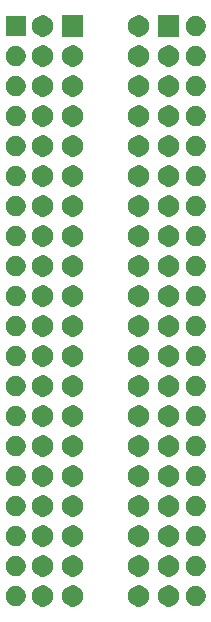
<source format=gbr>
G04 #@! TF.GenerationSoftware,KiCad,Pcbnew,(5.1.5-0-10_14)*
G04 #@! TF.CreationDate,2021-04-13T14:10:52+02:00*
G04 #@! TF.ProjectId,UUT_Cable_Header,5555545f-4361-4626-9c65-5f4865616465,rev?*
G04 #@! TF.SameCoordinates,Original*
G04 #@! TF.FileFunction,Soldermask,Top*
G04 #@! TF.FilePolarity,Negative*
%FSLAX46Y46*%
G04 Gerber Fmt 4.6, Leading zero omitted, Abs format (unit mm)*
G04 Created by KiCad (PCBNEW (5.1.5-0-10_14)) date 2021-04-13 14:10:52*
%MOMM*%
%LPD*%
G04 APERTURE LIST*
%ADD10C,0.100000*%
G04 APERTURE END LIST*
D10*
G36*
X135114512Y-105275927D02*
G01*
X135263812Y-105305624D01*
X135427784Y-105373544D01*
X135575354Y-105472147D01*
X135700853Y-105597646D01*
X135799456Y-105745216D01*
X135867376Y-105909188D01*
X135902000Y-106083259D01*
X135902000Y-106260741D01*
X135867376Y-106434812D01*
X135799456Y-106598784D01*
X135700853Y-106746354D01*
X135575354Y-106871853D01*
X135427784Y-106970456D01*
X135263812Y-107038376D01*
X135114512Y-107068073D01*
X135089742Y-107073000D01*
X134912258Y-107073000D01*
X134887488Y-107068073D01*
X134738188Y-107038376D01*
X134574216Y-106970456D01*
X134426646Y-106871853D01*
X134301147Y-106746354D01*
X134202544Y-106598784D01*
X134134624Y-106434812D01*
X134100000Y-106260741D01*
X134100000Y-106083259D01*
X134134624Y-105909188D01*
X134202544Y-105745216D01*
X134301147Y-105597646D01*
X134426646Y-105472147D01*
X134574216Y-105373544D01*
X134738188Y-105305624D01*
X134887488Y-105275927D01*
X134912258Y-105271000D01*
X135089742Y-105271000D01*
X135114512Y-105275927D01*
G37*
G36*
X132574512Y-105275927D02*
G01*
X132723812Y-105305624D01*
X132887784Y-105373544D01*
X133035354Y-105472147D01*
X133160853Y-105597646D01*
X133259456Y-105745216D01*
X133327376Y-105909188D01*
X133362000Y-106083259D01*
X133362000Y-106260741D01*
X133327376Y-106434812D01*
X133259456Y-106598784D01*
X133160853Y-106746354D01*
X133035354Y-106871853D01*
X132887784Y-106970456D01*
X132723812Y-107038376D01*
X132574512Y-107068073D01*
X132549742Y-107073000D01*
X132372258Y-107073000D01*
X132347488Y-107068073D01*
X132198188Y-107038376D01*
X132034216Y-106970456D01*
X131886646Y-106871853D01*
X131761147Y-106746354D01*
X131662544Y-106598784D01*
X131594624Y-106434812D01*
X131560000Y-106260741D01*
X131560000Y-106083259D01*
X131594624Y-105909188D01*
X131662544Y-105745216D01*
X131761147Y-105597646D01*
X131886646Y-105472147D01*
X132034216Y-105373544D01*
X132198188Y-105305624D01*
X132347488Y-105275927D01*
X132372258Y-105271000D01*
X132549742Y-105271000D01*
X132574512Y-105275927D01*
G37*
G36*
X126986512Y-105275927D02*
G01*
X127135812Y-105305624D01*
X127299784Y-105373544D01*
X127447354Y-105472147D01*
X127572853Y-105597646D01*
X127671456Y-105745216D01*
X127739376Y-105909188D01*
X127774000Y-106083259D01*
X127774000Y-106260741D01*
X127739376Y-106434812D01*
X127671456Y-106598784D01*
X127572853Y-106746354D01*
X127447354Y-106871853D01*
X127299784Y-106970456D01*
X127135812Y-107038376D01*
X126986512Y-107068073D01*
X126961742Y-107073000D01*
X126784258Y-107073000D01*
X126759488Y-107068073D01*
X126610188Y-107038376D01*
X126446216Y-106970456D01*
X126298646Y-106871853D01*
X126173147Y-106746354D01*
X126074544Y-106598784D01*
X126006624Y-106434812D01*
X125972000Y-106260741D01*
X125972000Y-106083259D01*
X126006624Y-105909188D01*
X126074544Y-105745216D01*
X126173147Y-105597646D01*
X126298646Y-105472147D01*
X126446216Y-105373544D01*
X126610188Y-105305624D01*
X126759488Y-105275927D01*
X126784258Y-105271000D01*
X126961742Y-105271000D01*
X126986512Y-105275927D01*
G37*
G36*
X124446512Y-105275927D02*
G01*
X124595812Y-105305624D01*
X124759784Y-105373544D01*
X124907354Y-105472147D01*
X125032853Y-105597646D01*
X125131456Y-105745216D01*
X125199376Y-105909188D01*
X125234000Y-106083259D01*
X125234000Y-106260741D01*
X125199376Y-106434812D01*
X125131456Y-106598784D01*
X125032853Y-106746354D01*
X124907354Y-106871853D01*
X124759784Y-106970456D01*
X124595812Y-107038376D01*
X124446512Y-107068073D01*
X124421742Y-107073000D01*
X124244258Y-107073000D01*
X124219488Y-107068073D01*
X124070188Y-107038376D01*
X123906216Y-106970456D01*
X123758646Y-106871853D01*
X123633147Y-106746354D01*
X123534544Y-106598784D01*
X123466624Y-106434812D01*
X123432000Y-106260741D01*
X123432000Y-106083259D01*
X123466624Y-105909188D01*
X123534544Y-105745216D01*
X123633147Y-105597646D01*
X123758646Y-105472147D01*
X123906216Y-105373544D01*
X124070188Y-105305624D01*
X124219488Y-105275927D01*
X124244258Y-105271000D01*
X124421742Y-105271000D01*
X124446512Y-105275927D01*
G37*
G36*
X137535228Y-105353703D02*
G01*
X137690100Y-105417853D01*
X137829481Y-105510985D01*
X137948015Y-105629519D01*
X138041147Y-105768900D01*
X138105297Y-105923772D01*
X138138000Y-106088184D01*
X138138000Y-106255816D01*
X138105297Y-106420228D01*
X138041147Y-106575100D01*
X137948015Y-106714481D01*
X137829481Y-106833015D01*
X137690100Y-106926147D01*
X137535228Y-106990297D01*
X137370816Y-107023000D01*
X137203184Y-107023000D01*
X137038772Y-106990297D01*
X136883900Y-106926147D01*
X136744519Y-106833015D01*
X136625985Y-106714481D01*
X136532853Y-106575100D01*
X136468703Y-106420228D01*
X136436000Y-106255816D01*
X136436000Y-106088184D01*
X136468703Y-105923772D01*
X136532853Y-105768900D01*
X136625985Y-105629519D01*
X136744519Y-105510985D01*
X136883900Y-105417853D01*
X137038772Y-105353703D01*
X137203184Y-105321000D01*
X137370816Y-105321000D01*
X137535228Y-105353703D01*
G37*
G36*
X122295228Y-105353703D02*
G01*
X122450100Y-105417853D01*
X122589481Y-105510985D01*
X122708015Y-105629519D01*
X122801147Y-105768900D01*
X122865297Y-105923772D01*
X122898000Y-106088184D01*
X122898000Y-106255816D01*
X122865297Y-106420228D01*
X122801147Y-106575100D01*
X122708015Y-106714481D01*
X122589481Y-106833015D01*
X122450100Y-106926147D01*
X122295228Y-106990297D01*
X122130816Y-107023000D01*
X121963184Y-107023000D01*
X121798772Y-106990297D01*
X121643900Y-106926147D01*
X121504519Y-106833015D01*
X121385985Y-106714481D01*
X121292853Y-106575100D01*
X121228703Y-106420228D01*
X121196000Y-106255816D01*
X121196000Y-106088184D01*
X121228703Y-105923772D01*
X121292853Y-105768900D01*
X121385985Y-105629519D01*
X121504519Y-105510985D01*
X121643900Y-105417853D01*
X121798772Y-105353703D01*
X121963184Y-105321000D01*
X122130816Y-105321000D01*
X122295228Y-105353703D01*
G37*
G36*
X135114512Y-102735927D02*
G01*
X135263812Y-102765624D01*
X135427784Y-102833544D01*
X135575354Y-102932147D01*
X135700853Y-103057646D01*
X135799456Y-103205216D01*
X135867376Y-103369188D01*
X135902000Y-103543259D01*
X135902000Y-103720741D01*
X135867376Y-103894812D01*
X135799456Y-104058784D01*
X135700853Y-104206354D01*
X135575354Y-104331853D01*
X135427784Y-104430456D01*
X135263812Y-104498376D01*
X135114512Y-104528073D01*
X135089742Y-104533000D01*
X134912258Y-104533000D01*
X134887488Y-104528073D01*
X134738188Y-104498376D01*
X134574216Y-104430456D01*
X134426646Y-104331853D01*
X134301147Y-104206354D01*
X134202544Y-104058784D01*
X134134624Y-103894812D01*
X134100000Y-103720741D01*
X134100000Y-103543259D01*
X134134624Y-103369188D01*
X134202544Y-103205216D01*
X134301147Y-103057646D01*
X134426646Y-102932147D01*
X134574216Y-102833544D01*
X134738188Y-102765624D01*
X134887488Y-102735927D01*
X134912258Y-102731000D01*
X135089742Y-102731000D01*
X135114512Y-102735927D01*
G37*
G36*
X132574512Y-102735927D02*
G01*
X132723812Y-102765624D01*
X132887784Y-102833544D01*
X133035354Y-102932147D01*
X133160853Y-103057646D01*
X133259456Y-103205216D01*
X133327376Y-103369188D01*
X133362000Y-103543259D01*
X133362000Y-103720741D01*
X133327376Y-103894812D01*
X133259456Y-104058784D01*
X133160853Y-104206354D01*
X133035354Y-104331853D01*
X132887784Y-104430456D01*
X132723812Y-104498376D01*
X132574512Y-104528073D01*
X132549742Y-104533000D01*
X132372258Y-104533000D01*
X132347488Y-104528073D01*
X132198188Y-104498376D01*
X132034216Y-104430456D01*
X131886646Y-104331853D01*
X131761147Y-104206354D01*
X131662544Y-104058784D01*
X131594624Y-103894812D01*
X131560000Y-103720741D01*
X131560000Y-103543259D01*
X131594624Y-103369188D01*
X131662544Y-103205216D01*
X131761147Y-103057646D01*
X131886646Y-102932147D01*
X132034216Y-102833544D01*
X132198188Y-102765624D01*
X132347488Y-102735927D01*
X132372258Y-102731000D01*
X132549742Y-102731000D01*
X132574512Y-102735927D01*
G37*
G36*
X126986512Y-102735927D02*
G01*
X127135812Y-102765624D01*
X127299784Y-102833544D01*
X127447354Y-102932147D01*
X127572853Y-103057646D01*
X127671456Y-103205216D01*
X127739376Y-103369188D01*
X127774000Y-103543259D01*
X127774000Y-103720741D01*
X127739376Y-103894812D01*
X127671456Y-104058784D01*
X127572853Y-104206354D01*
X127447354Y-104331853D01*
X127299784Y-104430456D01*
X127135812Y-104498376D01*
X126986512Y-104528073D01*
X126961742Y-104533000D01*
X126784258Y-104533000D01*
X126759488Y-104528073D01*
X126610188Y-104498376D01*
X126446216Y-104430456D01*
X126298646Y-104331853D01*
X126173147Y-104206354D01*
X126074544Y-104058784D01*
X126006624Y-103894812D01*
X125972000Y-103720741D01*
X125972000Y-103543259D01*
X126006624Y-103369188D01*
X126074544Y-103205216D01*
X126173147Y-103057646D01*
X126298646Y-102932147D01*
X126446216Y-102833544D01*
X126610188Y-102765624D01*
X126759488Y-102735927D01*
X126784258Y-102731000D01*
X126961742Y-102731000D01*
X126986512Y-102735927D01*
G37*
G36*
X124446512Y-102735927D02*
G01*
X124595812Y-102765624D01*
X124759784Y-102833544D01*
X124907354Y-102932147D01*
X125032853Y-103057646D01*
X125131456Y-103205216D01*
X125199376Y-103369188D01*
X125234000Y-103543259D01*
X125234000Y-103720741D01*
X125199376Y-103894812D01*
X125131456Y-104058784D01*
X125032853Y-104206354D01*
X124907354Y-104331853D01*
X124759784Y-104430456D01*
X124595812Y-104498376D01*
X124446512Y-104528073D01*
X124421742Y-104533000D01*
X124244258Y-104533000D01*
X124219488Y-104528073D01*
X124070188Y-104498376D01*
X123906216Y-104430456D01*
X123758646Y-104331853D01*
X123633147Y-104206354D01*
X123534544Y-104058784D01*
X123466624Y-103894812D01*
X123432000Y-103720741D01*
X123432000Y-103543259D01*
X123466624Y-103369188D01*
X123534544Y-103205216D01*
X123633147Y-103057646D01*
X123758646Y-102932147D01*
X123906216Y-102833544D01*
X124070188Y-102765624D01*
X124219488Y-102735927D01*
X124244258Y-102731000D01*
X124421742Y-102731000D01*
X124446512Y-102735927D01*
G37*
G36*
X137535228Y-102813703D02*
G01*
X137690100Y-102877853D01*
X137829481Y-102970985D01*
X137948015Y-103089519D01*
X138041147Y-103228900D01*
X138105297Y-103383772D01*
X138138000Y-103548184D01*
X138138000Y-103715816D01*
X138105297Y-103880228D01*
X138041147Y-104035100D01*
X137948015Y-104174481D01*
X137829481Y-104293015D01*
X137690100Y-104386147D01*
X137535228Y-104450297D01*
X137370816Y-104483000D01*
X137203184Y-104483000D01*
X137038772Y-104450297D01*
X136883900Y-104386147D01*
X136744519Y-104293015D01*
X136625985Y-104174481D01*
X136532853Y-104035100D01*
X136468703Y-103880228D01*
X136436000Y-103715816D01*
X136436000Y-103548184D01*
X136468703Y-103383772D01*
X136532853Y-103228900D01*
X136625985Y-103089519D01*
X136744519Y-102970985D01*
X136883900Y-102877853D01*
X137038772Y-102813703D01*
X137203184Y-102781000D01*
X137370816Y-102781000D01*
X137535228Y-102813703D01*
G37*
G36*
X122295228Y-102813703D02*
G01*
X122450100Y-102877853D01*
X122589481Y-102970985D01*
X122708015Y-103089519D01*
X122801147Y-103228900D01*
X122865297Y-103383772D01*
X122898000Y-103548184D01*
X122898000Y-103715816D01*
X122865297Y-103880228D01*
X122801147Y-104035100D01*
X122708015Y-104174481D01*
X122589481Y-104293015D01*
X122450100Y-104386147D01*
X122295228Y-104450297D01*
X122130816Y-104483000D01*
X121963184Y-104483000D01*
X121798772Y-104450297D01*
X121643900Y-104386147D01*
X121504519Y-104293015D01*
X121385985Y-104174481D01*
X121292853Y-104035100D01*
X121228703Y-103880228D01*
X121196000Y-103715816D01*
X121196000Y-103548184D01*
X121228703Y-103383772D01*
X121292853Y-103228900D01*
X121385985Y-103089519D01*
X121504519Y-102970985D01*
X121643900Y-102877853D01*
X121798772Y-102813703D01*
X121963184Y-102781000D01*
X122130816Y-102781000D01*
X122295228Y-102813703D01*
G37*
G36*
X135114512Y-100195927D02*
G01*
X135263812Y-100225624D01*
X135427784Y-100293544D01*
X135575354Y-100392147D01*
X135700853Y-100517646D01*
X135799456Y-100665216D01*
X135867376Y-100829188D01*
X135902000Y-101003259D01*
X135902000Y-101180741D01*
X135867376Y-101354812D01*
X135799456Y-101518784D01*
X135700853Y-101666354D01*
X135575354Y-101791853D01*
X135427784Y-101890456D01*
X135263812Y-101958376D01*
X135114512Y-101988073D01*
X135089742Y-101993000D01*
X134912258Y-101993000D01*
X134887488Y-101988073D01*
X134738188Y-101958376D01*
X134574216Y-101890456D01*
X134426646Y-101791853D01*
X134301147Y-101666354D01*
X134202544Y-101518784D01*
X134134624Y-101354812D01*
X134100000Y-101180741D01*
X134100000Y-101003259D01*
X134134624Y-100829188D01*
X134202544Y-100665216D01*
X134301147Y-100517646D01*
X134426646Y-100392147D01*
X134574216Y-100293544D01*
X134738188Y-100225624D01*
X134887488Y-100195927D01*
X134912258Y-100191000D01*
X135089742Y-100191000D01*
X135114512Y-100195927D01*
G37*
G36*
X132574512Y-100195927D02*
G01*
X132723812Y-100225624D01*
X132887784Y-100293544D01*
X133035354Y-100392147D01*
X133160853Y-100517646D01*
X133259456Y-100665216D01*
X133327376Y-100829188D01*
X133362000Y-101003259D01*
X133362000Y-101180741D01*
X133327376Y-101354812D01*
X133259456Y-101518784D01*
X133160853Y-101666354D01*
X133035354Y-101791853D01*
X132887784Y-101890456D01*
X132723812Y-101958376D01*
X132574512Y-101988073D01*
X132549742Y-101993000D01*
X132372258Y-101993000D01*
X132347488Y-101988073D01*
X132198188Y-101958376D01*
X132034216Y-101890456D01*
X131886646Y-101791853D01*
X131761147Y-101666354D01*
X131662544Y-101518784D01*
X131594624Y-101354812D01*
X131560000Y-101180741D01*
X131560000Y-101003259D01*
X131594624Y-100829188D01*
X131662544Y-100665216D01*
X131761147Y-100517646D01*
X131886646Y-100392147D01*
X132034216Y-100293544D01*
X132198188Y-100225624D01*
X132347488Y-100195927D01*
X132372258Y-100191000D01*
X132549742Y-100191000D01*
X132574512Y-100195927D01*
G37*
G36*
X124446512Y-100195927D02*
G01*
X124595812Y-100225624D01*
X124759784Y-100293544D01*
X124907354Y-100392147D01*
X125032853Y-100517646D01*
X125131456Y-100665216D01*
X125199376Y-100829188D01*
X125234000Y-101003259D01*
X125234000Y-101180741D01*
X125199376Y-101354812D01*
X125131456Y-101518784D01*
X125032853Y-101666354D01*
X124907354Y-101791853D01*
X124759784Y-101890456D01*
X124595812Y-101958376D01*
X124446512Y-101988073D01*
X124421742Y-101993000D01*
X124244258Y-101993000D01*
X124219488Y-101988073D01*
X124070188Y-101958376D01*
X123906216Y-101890456D01*
X123758646Y-101791853D01*
X123633147Y-101666354D01*
X123534544Y-101518784D01*
X123466624Y-101354812D01*
X123432000Y-101180741D01*
X123432000Y-101003259D01*
X123466624Y-100829188D01*
X123534544Y-100665216D01*
X123633147Y-100517646D01*
X123758646Y-100392147D01*
X123906216Y-100293544D01*
X124070188Y-100225624D01*
X124219488Y-100195927D01*
X124244258Y-100191000D01*
X124421742Y-100191000D01*
X124446512Y-100195927D01*
G37*
G36*
X126986512Y-100195927D02*
G01*
X127135812Y-100225624D01*
X127299784Y-100293544D01*
X127447354Y-100392147D01*
X127572853Y-100517646D01*
X127671456Y-100665216D01*
X127739376Y-100829188D01*
X127774000Y-101003259D01*
X127774000Y-101180741D01*
X127739376Y-101354812D01*
X127671456Y-101518784D01*
X127572853Y-101666354D01*
X127447354Y-101791853D01*
X127299784Y-101890456D01*
X127135812Y-101958376D01*
X126986512Y-101988073D01*
X126961742Y-101993000D01*
X126784258Y-101993000D01*
X126759488Y-101988073D01*
X126610188Y-101958376D01*
X126446216Y-101890456D01*
X126298646Y-101791853D01*
X126173147Y-101666354D01*
X126074544Y-101518784D01*
X126006624Y-101354812D01*
X125972000Y-101180741D01*
X125972000Y-101003259D01*
X126006624Y-100829188D01*
X126074544Y-100665216D01*
X126173147Y-100517646D01*
X126298646Y-100392147D01*
X126446216Y-100293544D01*
X126610188Y-100225624D01*
X126759488Y-100195927D01*
X126784258Y-100191000D01*
X126961742Y-100191000D01*
X126986512Y-100195927D01*
G37*
G36*
X122295228Y-100273703D02*
G01*
X122450100Y-100337853D01*
X122589481Y-100430985D01*
X122708015Y-100549519D01*
X122801147Y-100688900D01*
X122865297Y-100843772D01*
X122898000Y-101008184D01*
X122898000Y-101175816D01*
X122865297Y-101340228D01*
X122801147Y-101495100D01*
X122708015Y-101634481D01*
X122589481Y-101753015D01*
X122450100Y-101846147D01*
X122295228Y-101910297D01*
X122130816Y-101943000D01*
X121963184Y-101943000D01*
X121798772Y-101910297D01*
X121643900Y-101846147D01*
X121504519Y-101753015D01*
X121385985Y-101634481D01*
X121292853Y-101495100D01*
X121228703Y-101340228D01*
X121196000Y-101175816D01*
X121196000Y-101008184D01*
X121228703Y-100843772D01*
X121292853Y-100688900D01*
X121385985Y-100549519D01*
X121504519Y-100430985D01*
X121643900Y-100337853D01*
X121798772Y-100273703D01*
X121963184Y-100241000D01*
X122130816Y-100241000D01*
X122295228Y-100273703D01*
G37*
G36*
X137535228Y-100273703D02*
G01*
X137690100Y-100337853D01*
X137829481Y-100430985D01*
X137948015Y-100549519D01*
X138041147Y-100688900D01*
X138105297Y-100843772D01*
X138138000Y-101008184D01*
X138138000Y-101175816D01*
X138105297Y-101340228D01*
X138041147Y-101495100D01*
X137948015Y-101634481D01*
X137829481Y-101753015D01*
X137690100Y-101846147D01*
X137535228Y-101910297D01*
X137370816Y-101943000D01*
X137203184Y-101943000D01*
X137038772Y-101910297D01*
X136883900Y-101846147D01*
X136744519Y-101753015D01*
X136625985Y-101634481D01*
X136532853Y-101495100D01*
X136468703Y-101340228D01*
X136436000Y-101175816D01*
X136436000Y-101008184D01*
X136468703Y-100843772D01*
X136532853Y-100688900D01*
X136625985Y-100549519D01*
X136744519Y-100430985D01*
X136883900Y-100337853D01*
X137038772Y-100273703D01*
X137203184Y-100241000D01*
X137370816Y-100241000D01*
X137535228Y-100273703D01*
G37*
G36*
X124446512Y-97655927D02*
G01*
X124595812Y-97685624D01*
X124759784Y-97753544D01*
X124907354Y-97852147D01*
X125032853Y-97977646D01*
X125131456Y-98125216D01*
X125199376Y-98289188D01*
X125234000Y-98463259D01*
X125234000Y-98640741D01*
X125199376Y-98814812D01*
X125131456Y-98978784D01*
X125032853Y-99126354D01*
X124907354Y-99251853D01*
X124759784Y-99350456D01*
X124595812Y-99418376D01*
X124446512Y-99448073D01*
X124421742Y-99453000D01*
X124244258Y-99453000D01*
X124219488Y-99448073D01*
X124070188Y-99418376D01*
X123906216Y-99350456D01*
X123758646Y-99251853D01*
X123633147Y-99126354D01*
X123534544Y-98978784D01*
X123466624Y-98814812D01*
X123432000Y-98640741D01*
X123432000Y-98463259D01*
X123466624Y-98289188D01*
X123534544Y-98125216D01*
X123633147Y-97977646D01*
X123758646Y-97852147D01*
X123906216Y-97753544D01*
X124070188Y-97685624D01*
X124219488Y-97655927D01*
X124244258Y-97651000D01*
X124421742Y-97651000D01*
X124446512Y-97655927D01*
G37*
G36*
X135114512Y-97655927D02*
G01*
X135263812Y-97685624D01*
X135427784Y-97753544D01*
X135575354Y-97852147D01*
X135700853Y-97977646D01*
X135799456Y-98125216D01*
X135867376Y-98289188D01*
X135902000Y-98463259D01*
X135902000Y-98640741D01*
X135867376Y-98814812D01*
X135799456Y-98978784D01*
X135700853Y-99126354D01*
X135575354Y-99251853D01*
X135427784Y-99350456D01*
X135263812Y-99418376D01*
X135114512Y-99448073D01*
X135089742Y-99453000D01*
X134912258Y-99453000D01*
X134887488Y-99448073D01*
X134738188Y-99418376D01*
X134574216Y-99350456D01*
X134426646Y-99251853D01*
X134301147Y-99126354D01*
X134202544Y-98978784D01*
X134134624Y-98814812D01*
X134100000Y-98640741D01*
X134100000Y-98463259D01*
X134134624Y-98289188D01*
X134202544Y-98125216D01*
X134301147Y-97977646D01*
X134426646Y-97852147D01*
X134574216Y-97753544D01*
X134738188Y-97685624D01*
X134887488Y-97655927D01*
X134912258Y-97651000D01*
X135089742Y-97651000D01*
X135114512Y-97655927D01*
G37*
G36*
X126986512Y-97655927D02*
G01*
X127135812Y-97685624D01*
X127299784Y-97753544D01*
X127447354Y-97852147D01*
X127572853Y-97977646D01*
X127671456Y-98125216D01*
X127739376Y-98289188D01*
X127774000Y-98463259D01*
X127774000Y-98640741D01*
X127739376Y-98814812D01*
X127671456Y-98978784D01*
X127572853Y-99126354D01*
X127447354Y-99251853D01*
X127299784Y-99350456D01*
X127135812Y-99418376D01*
X126986512Y-99448073D01*
X126961742Y-99453000D01*
X126784258Y-99453000D01*
X126759488Y-99448073D01*
X126610188Y-99418376D01*
X126446216Y-99350456D01*
X126298646Y-99251853D01*
X126173147Y-99126354D01*
X126074544Y-98978784D01*
X126006624Y-98814812D01*
X125972000Y-98640741D01*
X125972000Y-98463259D01*
X126006624Y-98289188D01*
X126074544Y-98125216D01*
X126173147Y-97977646D01*
X126298646Y-97852147D01*
X126446216Y-97753544D01*
X126610188Y-97685624D01*
X126759488Y-97655927D01*
X126784258Y-97651000D01*
X126961742Y-97651000D01*
X126986512Y-97655927D01*
G37*
G36*
X132574512Y-97655927D02*
G01*
X132723812Y-97685624D01*
X132887784Y-97753544D01*
X133035354Y-97852147D01*
X133160853Y-97977646D01*
X133259456Y-98125216D01*
X133327376Y-98289188D01*
X133362000Y-98463259D01*
X133362000Y-98640741D01*
X133327376Y-98814812D01*
X133259456Y-98978784D01*
X133160853Y-99126354D01*
X133035354Y-99251853D01*
X132887784Y-99350456D01*
X132723812Y-99418376D01*
X132574512Y-99448073D01*
X132549742Y-99453000D01*
X132372258Y-99453000D01*
X132347488Y-99448073D01*
X132198188Y-99418376D01*
X132034216Y-99350456D01*
X131886646Y-99251853D01*
X131761147Y-99126354D01*
X131662544Y-98978784D01*
X131594624Y-98814812D01*
X131560000Y-98640741D01*
X131560000Y-98463259D01*
X131594624Y-98289188D01*
X131662544Y-98125216D01*
X131761147Y-97977646D01*
X131886646Y-97852147D01*
X132034216Y-97753544D01*
X132198188Y-97685624D01*
X132347488Y-97655927D01*
X132372258Y-97651000D01*
X132549742Y-97651000D01*
X132574512Y-97655927D01*
G37*
G36*
X122295228Y-97733703D02*
G01*
X122450100Y-97797853D01*
X122589481Y-97890985D01*
X122708015Y-98009519D01*
X122801147Y-98148900D01*
X122865297Y-98303772D01*
X122898000Y-98468184D01*
X122898000Y-98635816D01*
X122865297Y-98800228D01*
X122801147Y-98955100D01*
X122708015Y-99094481D01*
X122589481Y-99213015D01*
X122450100Y-99306147D01*
X122295228Y-99370297D01*
X122130816Y-99403000D01*
X121963184Y-99403000D01*
X121798772Y-99370297D01*
X121643900Y-99306147D01*
X121504519Y-99213015D01*
X121385985Y-99094481D01*
X121292853Y-98955100D01*
X121228703Y-98800228D01*
X121196000Y-98635816D01*
X121196000Y-98468184D01*
X121228703Y-98303772D01*
X121292853Y-98148900D01*
X121385985Y-98009519D01*
X121504519Y-97890985D01*
X121643900Y-97797853D01*
X121798772Y-97733703D01*
X121963184Y-97701000D01*
X122130816Y-97701000D01*
X122295228Y-97733703D01*
G37*
G36*
X137535228Y-97733703D02*
G01*
X137690100Y-97797853D01*
X137829481Y-97890985D01*
X137948015Y-98009519D01*
X138041147Y-98148900D01*
X138105297Y-98303772D01*
X138138000Y-98468184D01*
X138138000Y-98635816D01*
X138105297Y-98800228D01*
X138041147Y-98955100D01*
X137948015Y-99094481D01*
X137829481Y-99213015D01*
X137690100Y-99306147D01*
X137535228Y-99370297D01*
X137370816Y-99403000D01*
X137203184Y-99403000D01*
X137038772Y-99370297D01*
X136883900Y-99306147D01*
X136744519Y-99213015D01*
X136625985Y-99094481D01*
X136532853Y-98955100D01*
X136468703Y-98800228D01*
X136436000Y-98635816D01*
X136436000Y-98468184D01*
X136468703Y-98303772D01*
X136532853Y-98148900D01*
X136625985Y-98009519D01*
X136744519Y-97890985D01*
X136883900Y-97797853D01*
X137038772Y-97733703D01*
X137203184Y-97701000D01*
X137370816Y-97701000D01*
X137535228Y-97733703D01*
G37*
G36*
X132574512Y-95115927D02*
G01*
X132723812Y-95145624D01*
X132887784Y-95213544D01*
X133035354Y-95312147D01*
X133160853Y-95437646D01*
X133259456Y-95585216D01*
X133327376Y-95749188D01*
X133362000Y-95923259D01*
X133362000Y-96100741D01*
X133327376Y-96274812D01*
X133259456Y-96438784D01*
X133160853Y-96586354D01*
X133035354Y-96711853D01*
X132887784Y-96810456D01*
X132723812Y-96878376D01*
X132574512Y-96908073D01*
X132549742Y-96913000D01*
X132372258Y-96913000D01*
X132347488Y-96908073D01*
X132198188Y-96878376D01*
X132034216Y-96810456D01*
X131886646Y-96711853D01*
X131761147Y-96586354D01*
X131662544Y-96438784D01*
X131594624Y-96274812D01*
X131560000Y-96100741D01*
X131560000Y-95923259D01*
X131594624Y-95749188D01*
X131662544Y-95585216D01*
X131761147Y-95437646D01*
X131886646Y-95312147D01*
X132034216Y-95213544D01*
X132198188Y-95145624D01*
X132347488Y-95115927D01*
X132372258Y-95111000D01*
X132549742Y-95111000D01*
X132574512Y-95115927D01*
G37*
G36*
X124446512Y-95115927D02*
G01*
X124595812Y-95145624D01*
X124759784Y-95213544D01*
X124907354Y-95312147D01*
X125032853Y-95437646D01*
X125131456Y-95585216D01*
X125199376Y-95749188D01*
X125234000Y-95923259D01*
X125234000Y-96100741D01*
X125199376Y-96274812D01*
X125131456Y-96438784D01*
X125032853Y-96586354D01*
X124907354Y-96711853D01*
X124759784Y-96810456D01*
X124595812Y-96878376D01*
X124446512Y-96908073D01*
X124421742Y-96913000D01*
X124244258Y-96913000D01*
X124219488Y-96908073D01*
X124070188Y-96878376D01*
X123906216Y-96810456D01*
X123758646Y-96711853D01*
X123633147Y-96586354D01*
X123534544Y-96438784D01*
X123466624Y-96274812D01*
X123432000Y-96100741D01*
X123432000Y-95923259D01*
X123466624Y-95749188D01*
X123534544Y-95585216D01*
X123633147Y-95437646D01*
X123758646Y-95312147D01*
X123906216Y-95213544D01*
X124070188Y-95145624D01*
X124219488Y-95115927D01*
X124244258Y-95111000D01*
X124421742Y-95111000D01*
X124446512Y-95115927D01*
G37*
G36*
X126986512Y-95115927D02*
G01*
X127135812Y-95145624D01*
X127299784Y-95213544D01*
X127447354Y-95312147D01*
X127572853Y-95437646D01*
X127671456Y-95585216D01*
X127739376Y-95749188D01*
X127774000Y-95923259D01*
X127774000Y-96100741D01*
X127739376Y-96274812D01*
X127671456Y-96438784D01*
X127572853Y-96586354D01*
X127447354Y-96711853D01*
X127299784Y-96810456D01*
X127135812Y-96878376D01*
X126986512Y-96908073D01*
X126961742Y-96913000D01*
X126784258Y-96913000D01*
X126759488Y-96908073D01*
X126610188Y-96878376D01*
X126446216Y-96810456D01*
X126298646Y-96711853D01*
X126173147Y-96586354D01*
X126074544Y-96438784D01*
X126006624Y-96274812D01*
X125972000Y-96100741D01*
X125972000Y-95923259D01*
X126006624Y-95749188D01*
X126074544Y-95585216D01*
X126173147Y-95437646D01*
X126298646Y-95312147D01*
X126446216Y-95213544D01*
X126610188Y-95145624D01*
X126759488Y-95115927D01*
X126784258Y-95111000D01*
X126961742Y-95111000D01*
X126986512Y-95115927D01*
G37*
G36*
X135114512Y-95115927D02*
G01*
X135263812Y-95145624D01*
X135427784Y-95213544D01*
X135575354Y-95312147D01*
X135700853Y-95437646D01*
X135799456Y-95585216D01*
X135867376Y-95749188D01*
X135902000Y-95923259D01*
X135902000Y-96100741D01*
X135867376Y-96274812D01*
X135799456Y-96438784D01*
X135700853Y-96586354D01*
X135575354Y-96711853D01*
X135427784Y-96810456D01*
X135263812Y-96878376D01*
X135114512Y-96908073D01*
X135089742Y-96913000D01*
X134912258Y-96913000D01*
X134887488Y-96908073D01*
X134738188Y-96878376D01*
X134574216Y-96810456D01*
X134426646Y-96711853D01*
X134301147Y-96586354D01*
X134202544Y-96438784D01*
X134134624Y-96274812D01*
X134100000Y-96100741D01*
X134100000Y-95923259D01*
X134134624Y-95749188D01*
X134202544Y-95585216D01*
X134301147Y-95437646D01*
X134426646Y-95312147D01*
X134574216Y-95213544D01*
X134738188Y-95145624D01*
X134887488Y-95115927D01*
X134912258Y-95111000D01*
X135089742Y-95111000D01*
X135114512Y-95115927D01*
G37*
G36*
X122295228Y-95193703D02*
G01*
X122450100Y-95257853D01*
X122589481Y-95350985D01*
X122708015Y-95469519D01*
X122801147Y-95608900D01*
X122865297Y-95763772D01*
X122898000Y-95928184D01*
X122898000Y-96095816D01*
X122865297Y-96260228D01*
X122801147Y-96415100D01*
X122708015Y-96554481D01*
X122589481Y-96673015D01*
X122450100Y-96766147D01*
X122295228Y-96830297D01*
X122130816Y-96863000D01*
X121963184Y-96863000D01*
X121798772Y-96830297D01*
X121643900Y-96766147D01*
X121504519Y-96673015D01*
X121385985Y-96554481D01*
X121292853Y-96415100D01*
X121228703Y-96260228D01*
X121196000Y-96095816D01*
X121196000Y-95928184D01*
X121228703Y-95763772D01*
X121292853Y-95608900D01*
X121385985Y-95469519D01*
X121504519Y-95350985D01*
X121643900Y-95257853D01*
X121798772Y-95193703D01*
X121963184Y-95161000D01*
X122130816Y-95161000D01*
X122295228Y-95193703D01*
G37*
G36*
X137535228Y-95193703D02*
G01*
X137690100Y-95257853D01*
X137829481Y-95350985D01*
X137948015Y-95469519D01*
X138041147Y-95608900D01*
X138105297Y-95763772D01*
X138138000Y-95928184D01*
X138138000Y-96095816D01*
X138105297Y-96260228D01*
X138041147Y-96415100D01*
X137948015Y-96554481D01*
X137829481Y-96673015D01*
X137690100Y-96766147D01*
X137535228Y-96830297D01*
X137370816Y-96863000D01*
X137203184Y-96863000D01*
X137038772Y-96830297D01*
X136883900Y-96766147D01*
X136744519Y-96673015D01*
X136625985Y-96554481D01*
X136532853Y-96415100D01*
X136468703Y-96260228D01*
X136436000Y-96095816D01*
X136436000Y-95928184D01*
X136468703Y-95763772D01*
X136532853Y-95608900D01*
X136625985Y-95469519D01*
X136744519Y-95350985D01*
X136883900Y-95257853D01*
X137038772Y-95193703D01*
X137203184Y-95161000D01*
X137370816Y-95161000D01*
X137535228Y-95193703D01*
G37*
G36*
X124446512Y-92575927D02*
G01*
X124595812Y-92605624D01*
X124759784Y-92673544D01*
X124907354Y-92772147D01*
X125032853Y-92897646D01*
X125131456Y-93045216D01*
X125199376Y-93209188D01*
X125234000Y-93383259D01*
X125234000Y-93560741D01*
X125199376Y-93734812D01*
X125131456Y-93898784D01*
X125032853Y-94046354D01*
X124907354Y-94171853D01*
X124759784Y-94270456D01*
X124595812Y-94338376D01*
X124446512Y-94368073D01*
X124421742Y-94373000D01*
X124244258Y-94373000D01*
X124219488Y-94368073D01*
X124070188Y-94338376D01*
X123906216Y-94270456D01*
X123758646Y-94171853D01*
X123633147Y-94046354D01*
X123534544Y-93898784D01*
X123466624Y-93734812D01*
X123432000Y-93560741D01*
X123432000Y-93383259D01*
X123466624Y-93209188D01*
X123534544Y-93045216D01*
X123633147Y-92897646D01*
X123758646Y-92772147D01*
X123906216Y-92673544D01*
X124070188Y-92605624D01*
X124219488Y-92575927D01*
X124244258Y-92571000D01*
X124421742Y-92571000D01*
X124446512Y-92575927D01*
G37*
G36*
X126986512Y-92575927D02*
G01*
X127135812Y-92605624D01*
X127299784Y-92673544D01*
X127447354Y-92772147D01*
X127572853Y-92897646D01*
X127671456Y-93045216D01*
X127739376Y-93209188D01*
X127774000Y-93383259D01*
X127774000Y-93560741D01*
X127739376Y-93734812D01*
X127671456Y-93898784D01*
X127572853Y-94046354D01*
X127447354Y-94171853D01*
X127299784Y-94270456D01*
X127135812Y-94338376D01*
X126986512Y-94368073D01*
X126961742Y-94373000D01*
X126784258Y-94373000D01*
X126759488Y-94368073D01*
X126610188Y-94338376D01*
X126446216Y-94270456D01*
X126298646Y-94171853D01*
X126173147Y-94046354D01*
X126074544Y-93898784D01*
X126006624Y-93734812D01*
X125972000Y-93560741D01*
X125972000Y-93383259D01*
X126006624Y-93209188D01*
X126074544Y-93045216D01*
X126173147Y-92897646D01*
X126298646Y-92772147D01*
X126446216Y-92673544D01*
X126610188Y-92605624D01*
X126759488Y-92575927D01*
X126784258Y-92571000D01*
X126961742Y-92571000D01*
X126986512Y-92575927D01*
G37*
G36*
X132574512Y-92575927D02*
G01*
X132723812Y-92605624D01*
X132887784Y-92673544D01*
X133035354Y-92772147D01*
X133160853Y-92897646D01*
X133259456Y-93045216D01*
X133327376Y-93209188D01*
X133362000Y-93383259D01*
X133362000Y-93560741D01*
X133327376Y-93734812D01*
X133259456Y-93898784D01*
X133160853Y-94046354D01*
X133035354Y-94171853D01*
X132887784Y-94270456D01*
X132723812Y-94338376D01*
X132574512Y-94368073D01*
X132549742Y-94373000D01*
X132372258Y-94373000D01*
X132347488Y-94368073D01*
X132198188Y-94338376D01*
X132034216Y-94270456D01*
X131886646Y-94171853D01*
X131761147Y-94046354D01*
X131662544Y-93898784D01*
X131594624Y-93734812D01*
X131560000Y-93560741D01*
X131560000Y-93383259D01*
X131594624Y-93209188D01*
X131662544Y-93045216D01*
X131761147Y-92897646D01*
X131886646Y-92772147D01*
X132034216Y-92673544D01*
X132198188Y-92605624D01*
X132347488Y-92575927D01*
X132372258Y-92571000D01*
X132549742Y-92571000D01*
X132574512Y-92575927D01*
G37*
G36*
X135114512Y-92575927D02*
G01*
X135263812Y-92605624D01*
X135427784Y-92673544D01*
X135575354Y-92772147D01*
X135700853Y-92897646D01*
X135799456Y-93045216D01*
X135867376Y-93209188D01*
X135902000Y-93383259D01*
X135902000Y-93560741D01*
X135867376Y-93734812D01*
X135799456Y-93898784D01*
X135700853Y-94046354D01*
X135575354Y-94171853D01*
X135427784Y-94270456D01*
X135263812Y-94338376D01*
X135114512Y-94368073D01*
X135089742Y-94373000D01*
X134912258Y-94373000D01*
X134887488Y-94368073D01*
X134738188Y-94338376D01*
X134574216Y-94270456D01*
X134426646Y-94171853D01*
X134301147Y-94046354D01*
X134202544Y-93898784D01*
X134134624Y-93734812D01*
X134100000Y-93560741D01*
X134100000Y-93383259D01*
X134134624Y-93209188D01*
X134202544Y-93045216D01*
X134301147Y-92897646D01*
X134426646Y-92772147D01*
X134574216Y-92673544D01*
X134738188Y-92605624D01*
X134887488Y-92575927D01*
X134912258Y-92571000D01*
X135089742Y-92571000D01*
X135114512Y-92575927D01*
G37*
G36*
X122295228Y-92653703D02*
G01*
X122450100Y-92717853D01*
X122589481Y-92810985D01*
X122708015Y-92929519D01*
X122801147Y-93068900D01*
X122865297Y-93223772D01*
X122898000Y-93388184D01*
X122898000Y-93555816D01*
X122865297Y-93720228D01*
X122801147Y-93875100D01*
X122708015Y-94014481D01*
X122589481Y-94133015D01*
X122450100Y-94226147D01*
X122295228Y-94290297D01*
X122130816Y-94323000D01*
X121963184Y-94323000D01*
X121798772Y-94290297D01*
X121643900Y-94226147D01*
X121504519Y-94133015D01*
X121385985Y-94014481D01*
X121292853Y-93875100D01*
X121228703Y-93720228D01*
X121196000Y-93555816D01*
X121196000Y-93388184D01*
X121228703Y-93223772D01*
X121292853Y-93068900D01*
X121385985Y-92929519D01*
X121504519Y-92810985D01*
X121643900Y-92717853D01*
X121798772Y-92653703D01*
X121963184Y-92621000D01*
X122130816Y-92621000D01*
X122295228Y-92653703D01*
G37*
G36*
X137535228Y-92653703D02*
G01*
X137690100Y-92717853D01*
X137829481Y-92810985D01*
X137948015Y-92929519D01*
X138041147Y-93068900D01*
X138105297Y-93223772D01*
X138138000Y-93388184D01*
X138138000Y-93555816D01*
X138105297Y-93720228D01*
X138041147Y-93875100D01*
X137948015Y-94014481D01*
X137829481Y-94133015D01*
X137690100Y-94226147D01*
X137535228Y-94290297D01*
X137370816Y-94323000D01*
X137203184Y-94323000D01*
X137038772Y-94290297D01*
X136883900Y-94226147D01*
X136744519Y-94133015D01*
X136625985Y-94014481D01*
X136532853Y-93875100D01*
X136468703Y-93720228D01*
X136436000Y-93555816D01*
X136436000Y-93388184D01*
X136468703Y-93223772D01*
X136532853Y-93068900D01*
X136625985Y-92929519D01*
X136744519Y-92810985D01*
X136883900Y-92717853D01*
X137038772Y-92653703D01*
X137203184Y-92621000D01*
X137370816Y-92621000D01*
X137535228Y-92653703D01*
G37*
G36*
X132574512Y-90035927D02*
G01*
X132723812Y-90065624D01*
X132887784Y-90133544D01*
X133035354Y-90232147D01*
X133160853Y-90357646D01*
X133259456Y-90505216D01*
X133327376Y-90669188D01*
X133362000Y-90843259D01*
X133362000Y-91020741D01*
X133327376Y-91194812D01*
X133259456Y-91358784D01*
X133160853Y-91506354D01*
X133035354Y-91631853D01*
X132887784Y-91730456D01*
X132723812Y-91798376D01*
X132574512Y-91828073D01*
X132549742Y-91833000D01*
X132372258Y-91833000D01*
X132347488Y-91828073D01*
X132198188Y-91798376D01*
X132034216Y-91730456D01*
X131886646Y-91631853D01*
X131761147Y-91506354D01*
X131662544Y-91358784D01*
X131594624Y-91194812D01*
X131560000Y-91020741D01*
X131560000Y-90843259D01*
X131594624Y-90669188D01*
X131662544Y-90505216D01*
X131761147Y-90357646D01*
X131886646Y-90232147D01*
X132034216Y-90133544D01*
X132198188Y-90065624D01*
X132347488Y-90035927D01*
X132372258Y-90031000D01*
X132549742Y-90031000D01*
X132574512Y-90035927D01*
G37*
G36*
X124446512Y-90035927D02*
G01*
X124595812Y-90065624D01*
X124759784Y-90133544D01*
X124907354Y-90232147D01*
X125032853Y-90357646D01*
X125131456Y-90505216D01*
X125199376Y-90669188D01*
X125234000Y-90843259D01*
X125234000Y-91020741D01*
X125199376Y-91194812D01*
X125131456Y-91358784D01*
X125032853Y-91506354D01*
X124907354Y-91631853D01*
X124759784Y-91730456D01*
X124595812Y-91798376D01*
X124446512Y-91828073D01*
X124421742Y-91833000D01*
X124244258Y-91833000D01*
X124219488Y-91828073D01*
X124070188Y-91798376D01*
X123906216Y-91730456D01*
X123758646Y-91631853D01*
X123633147Y-91506354D01*
X123534544Y-91358784D01*
X123466624Y-91194812D01*
X123432000Y-91020741D01*
X123432000Y-90843259D01*
X123466624Y-90669188D01*
X123534544Y-90505216D01*
X123633147Y-90357646D01*
X123758646Y-90232147D01*
X123906216Y-90133544D01*
X124070188Y-90065624D01*
X124219488Y-90035927D01*
X124244258Y-90031000D01*
X124421742Y-90031000D01*
X124446512Y-90035927D01*
G37*
G36*
X126986512Y-90035927D02*
G01*
X127135812Y-90065624D01*
X127299784Y-90133544D01*
X127447354Y-90232147D01*
X127572853Y-90357646D01*
X127671456Y-90505216D01*
X127739376Y-90669188D01*
X127774000Y-90843259D01*
X127774000Y-91020741D01*
X127739376Y-91194812D01*
X127671456Y-91358784D01*
X127572853Y-91506354D01*
X127447354Y-91631853D01*
X127299784Y-91730456D01*
X127135812Y-91798376D01*
X126986512Y-91828073D01*
X126961742Y-91833000D01*
X126784258Y-91833000D01*
X126759488Y-91828073D01*
X126610188Y-91798376D01*
X126446216Y-91730456D01*
X126298646Y-91631853D01*
X126173147Y-91506354D01*
X126074544Y-91358784D01*
X126006624Y-91194812D01*
X125972000Y-91020741D01*
X125972000Y-90843259D01*
X126006624Y-90669188D01*
X126074544Y-90505216D01*
X126173147Y-90357646D01*
X126298646Y-90232147D01*
X126446216Y-90133544D01*
X126610188Y-90065624D01*
X126759488Y-90035927D01*
X126784258Y-90031000D01*
X126961742Y-90031000D01*
X126986512Y-90035927D01*
G37*
G36*
X135114512Y-90035927D02*
G01*
X135263812Y-90065624D01*
X135427784Y-90133544D01*
X135575354Y-90232147D01*
X135700853Y-90357646D01*
X135799456Y-90505216D01*
X135867376Y-90669188D01*
X135902000Y-90843259D01*
X135902000Y-91020741D01*
X135867376Y-91194812D01*
X135799456Y-91358784D01*
X135700853Y-91506354D01*
X135575354Y-91631853D01*
X135427784Y-91730456D01*
X135263812Y-91798376D01*
X135114512Y-91828073D01*
X135089742Y-91833000D01*
X134912258Y-91833000D01*
X134887488Y-91828073D01*
X134738188Y-91798376D01*
X134574216Y-91730456D01*
X134426646Y-91631853D01*
X134301147Y-91506354D01*
X134202544Y-91358784D01*
X134134624Y-91194812D01*
X134100000Y-91020741D01*
X134100000Y-90843259D01*
X134134624Y-90669188D01*
X134202544Y-90505216D01*
X134301147Y-90357646D01*
X134426646Y-90232147D01*
X134574216Y-90133544D01*
X134738188Y-90065624D01*
X134887488Y-90035927D01*
X134912258Y-90031000D01*
X135089742Y-90031000D01*
X135114512Y-90035927D01*
G37*
G36*
X122295228Y-90113703D02*
G01*
X122450100Y-90177853D01*
X122589481Y-90270985D01*
X122708015Y-90389519D01*
X122801147Y-90528900D01*
X122865297Y-90683772D01*
X122898000Y-90848184D01*
X122898000Y-91015816D01*
X122865297Y-91180228D01*
X122801147Y-91335100D01*
X122708015Y-91474481D01*
X122589481Y-91593015D01*
X122450100Y-91686147D01*
X122295228Y-91750297D01*
X122130816Y-91783000D01*
X121963184Y-91783000D01*
X121798772Y-91750297D01*
X121643900Y-91686147D01*
X121504519Y-91593015D01*
X121385985Y-91474481D01*
X121292853Y-91335100D01*
X121228703Y-91180228D01*
X121196000Y-91015816D01*
X121196000Y-90848184D01*
X121228703Y-90683772D01*
X121292853Y-90528900D01*
X121385985Y-90389519D01*
X121504519Y-90270985D01*
X121643900Y-90177853D01*
X121798772Y-90113703D01*
X121963184Y-90081000D01*
X122130816Y-90081000D01*
X122295228Y-90113703D01*
G37*
G36*
X137535228Y-90113703D02*
G01*
X137690100Y-90177853D01*
X137829481Y-90270985D01*
X137948015Y-90389519D01*
X138041147Y-90528900D01*
X138105297Y-90683772D01*
X138138000Y-90848184D01*
X138138000Y-91015816D01*
X138105297Y-91180228D01*
X138041147Y-91335100D01*
X137948015Y-91474481D01*
X137829481Y-91593015D01*
X137690100Y-91686147D01*
X137535228Y-91750297D01*
X137370816Y-91783000D01*
X137203184Y-91783000D01*
X137038772Y-91750297D01*
X136883900Y-91686147D01*
X136744519Y-91593015D01*
X136625985Y-91474481D01*
X136532853Y-91335100D01*
X136468703Y-91180228D01*
X136436000Y-91015816D01*
X136436000Y-90848184D01*
X136468703Y-90683772D01*
X136532853Y-90528900D01*
X136625985Y-90389519D01*
X136744519Y-90270985D01*
X136883900Y-90177853D01*
X137038772Y-90113703D01*
X137203184Y-90081000D01*
X137370816Y-90081000D01*
X137535228Y-90113703D01*
G37*
G36*
X135114512Y-87495927D02*
G01*
X135263812Y-87525624D01*
X135427784Y-87593544D01*
X135575354Y-87692147D01*
X135700853Y-87817646D01*
X135799456Y-87965216D01*
X135867376Y-88129188D01*
X135902000Y-88303259D01*
X135902000Y-88480741D01*
X135867376Y-88654812D01*
X135799456Y-88818784D01*
X135700853Y-88966354D01*
X135575354Y-89091853D01*
X135427784Y-89190456D01*
X135263812Y-89258376D01*
X135114512Y-89288073D01*
X135089742Y-89293000D01*
X134912258Y-89293000D01*
X134887488Y-89288073D01*
X134738188Y-89258376D01*
X134574216Y-89190456D01*
X134426646Y-89091853D01*
X134301147Y-88966354D01*
X134202544Y-88818784D01*
X134134624Y-88654812D01*
X134100000Y-88480741D01*
X134100000Y-88303259D01*
X134134624Y-88129188D01*
X134202544Y-87965216D01*
X134301147Y-87817646D01*
X134426646Y-87692147D01*
X134574216Y-87593544D01*
X134738188Y-87525624D01*
X134887488Y-87495927D01*
X134912258Y-87491000D01*
X135089742Y-87491000D01*
X135114512Y-87495927D01*
G37*
G36*
X132574512Y-87495927D02*
G01*
X132723812Y-87525624D01*
X132887784Y-87593544D01*
X133035354Y-87692147D01*
X133160853Y-87817646D01*
X133259456Y-87965216D01*
X133327376Y-88129188D01*
X133362000Y-88303259D01*
X133362000Y-88480741D01*
X133327376Y-88654812D01*
X133259456Y-88818784D01*
X133160853Y-88966354D01*
X133035354Y-89091853D01*
X132887784Y-89190456D01*
X132723812Y-89258376D01*
X132574512Y-89288073D01*
X132549742Y-89293000D01*
X132372258Y-89293000D01*
X132347488Y-89288073D01*
X132198188Y-89258376D01*
X132034216Y-89190456D01*
X131886646Y-89091853D01*
X131761147Y-88966354D01*
X131662544Y-88818784D01*
X131594624Y-88654812D01*
X131560000Y-88480741D01*
X131560000Y-88303259D01*
X131594624Y-88129188D01*
X131662544Y-87965216D01*
X131761147Y-87817646D01*
X131886646Y-87692147D01*
X132034216Y-87593544D01*
X132198188Y-87525624D01*
X132347488Y-87495927D01*
X132372258Y-87491000D01*
X132549742Y-87491000D01*
X132574512Y-87495927D01*
G37*
G36*
X126986512Y-87495927D02*
G01*
X127135812Y-87525624D01*
X127299784Y-87593544D01*
X127447354Y-87692147D01*
X127572853Y-87817646D01*
X127671456Y-87965216D01*
X127739376Y-88129188D01*
X127774000Y-88303259D01*
X127774000Y-88480741D01*
X127739376Y-88654812D01*
X127671456Y-88818784D01*
X127572853Y-88966354D01*
X127447354Y-89091853D01*
X127299784Y-89190456D01*
X127135812Y-89258376D01*
X126986512Y-89288073D01*
X126961742Y-89293000D01*
X126784258Y-89293000D01*
X126759488Y-89288073D01*
X126610188Y-89258376D01*
X126446216Y-89190456D01*
X126298646Y-89091853D01*
X126173147Y-88966354D01*
X126074544Y-88818784D01*
X126006624Y-88654812D01*
X125972000Y-88480741D01*
X125972000Y-88303259D01*
X126006624Y-88129188D01*
X126074544Y-87965216D01*
X126173147Y-87817646D01*
X126298646Y-87692147D01*
X126446216Y-87593544D01*
X126610188Y-87525624D01*
X126759488Y-87495927D01*
X126784258Y-87491000D01*
X126961742Y-87491000D01*
X126986512Y-87495927D01*
G37*
G36*
X124446512Y-87495927D02*
G01*
X124595812Y-87525624D01*
X124759784Y-87593544D01*
X124907354Y-87692147D01*
X125032853Y-87817646D01*
X125131456Y-87965216D01*
X125199376Y-88129188D01*
X125234000Y-88303259D01*
X125234000Y-88480741D01*
X125199376Y-88654812D01*
X125131456Y-88818784D01*
X125032853Y-88966354D01*
X124907354Y-89091853D01*
X124759784Y-89190456D01*
X124595812Y-89258376D01*
X124446512Y-89288073D01*
X124421742Y-89293000D01*
X124244258Y-89293000D01*
X124219488Y-89288073D01*
X124070188Y-89258376D01*
X123906216Y-89190456D01*
X123758646Y-89091853D01*
X123633147Y-88966354D01*
X123534544Y-88818784D01*
X123466624Y-88654812D01*
X123432000Y-88480741D01*
X123432000Y-88303259D01*
X123466624Y-88129188D01*
X123534544Y-87965216D01*
X123633147Y-87817646D01*
X123758646Y-87692147D01*
X123906216Y-87593544D01*
X124070188Y-87525624D01*
X124219488Y-87495927D01*
X124244258Y-87491000D01*
X124421742Y-87491000D01*
X124446512Y-87495927D01*
G37*
G36*
X137535228Y-87573703D02*
G01*
X137690100Y-87637853D01*
X137829481Y-87730985D01*
X137948015Y-87849519D01*
X138041147Y-87988900D01*
X138105297Y-88143772D01*
X138138000Y-88308184D01*
X138138000Y-88475816D01*
X138105297Y-88640228D01*
X138041147Y-88795100D01*
X137948015Y-88934481D01*
X137829481Y-89053015D01*
X137690100Y-89146147D01*
X137535228Y-89210297D01*
X137370816Y-89243000D01*
X137203184Y-89243000D01*
X137038772Y-89210297D01*
X136883900Y-89146147D01*
X136744519Y-89053015D01*
X136625985Y-88934481D01*
X136532853Y-88795100D01*
X136468703Y-88640228D01*
X136436000Y-88475816D01*
X136436000Y-88308184D01*
X136468703Y-88143772D01*
X136532853Y-87988900D01*
X136625985Y-87849519D01*
X136744519Y-87730985D01*
X136883900Y-87637853D01*
X137038772Y-87573703D01*
X137203184Y-87541000D01*
X137370816Y-87541000D01*
X137535228Y-87573703D01*
G37*
G36*
X122295228Y-87573703D02*
G01*
X122450100Y-87637853D01*
X122589481Y-87730985D01*
X122708015Y-87849519D01*
X122801147Y-87988900D01*
X122865297Y-88143772D01*
X122898000Y-88308184D01*
X122898000Y-88475816D01*
X122865297Y-88640228D01*
X122801147Y-88795100D01*
X122708015Y-88934481D01*
X122589481Y-89053015D01*
X122450100Y-89146147D01*
X122295228Y-89210297D01*
X122130816Y-89243000D01*
X121963184Y-89243000D01*
X121798772Y-89210297D01*
X121643900Y-89146147D01*
X121504519Y-89053015D01*
X121385985Y-88934481D01*
X121292853Y-88795100D01*
X121228703Y-88640228D01*
X121196000Y-88475816D01*
X121196000Y-88308184D01*
X121228703Y-88143772D01*
X121292853Y-87988900D01*
X121385985Y-87849519D01*
X121504519Y-87730985D01*
X121643900Y-87637853D01*
X121798772Y-87573703D01*
X121963184Y-87541000D01*
X122130816Y-87541000D01*
X122295228Y-87573703D01*
G37*
G36*
X124446512Y-84955927D02*
G01*
X124595812Y-84985624D01*
X124759784Y-85053544D01*
X124907354Y-85152147D01*
X125032853Y-85277646D01*
X125131456Y-85425216D01*
X125199376Y-85589188D01*
X125234000Y-85763259D01*
X125234000Y-85940741D01*
X125199376Y-86114812D01*
X125131456Y-86278784D01*
X125032853Y-86426354D01*
X124907354Y-86551853D01*
X124759784Y-86650456D01*
X124595812Y-86718376D01*
X124446512Y-86748073D01*
X124421742Y-86753000D01*
X124244258Y-86753000D01*
X124219488Y-86748073D01*
X124070188Y-86718376D01*
X123906216Y-86650456D01*
X123758646Y-86551853D01*
X123633147Y-86426354D01*
X123534544Y-86278784D01*
X123466624Y-86114812D01*
X123432000Y-85940741D01*
X123432000Y-85763259D01*
X123466624Y-85589188D01*
X123534544Y-85425216D01*
X123633147Y-85277646D01*
X123758646Y-85152147D01*
X123906216Y-85053544D01*
X124070188Y-84985624D01*
X124219488Y-84955927D01*
X124244258Y-84951000D01*
X124421742Y-84951000D01*
X124446512Y-84955927D01*
G37*
G36*
X135114512Y-84955927D02*
G01*
X135263812Y-84985624D01*
X135427784Y-85053544D01*
X135575354Y-85152147D01*
X135700853Y-85277646D01*
X135799456Y-85425216D01*
X135867376Y-85589188D01*
X135902000Y-85763259D01*
X135902000Y-85940741D01*
X135867376Y-86114812D01*
X135799456Y-86278784D01*
X135700853Y-86426354D01*
X135575354Y-86551853D01*
X135427784Y-86650456D01*
X135263812Y-86718376D01*
X135114512Y-86748073D01*
X135089742Y-86753000D01*
X134912258Y-86753000D01*
X134887488Y-86748073D01*
X134738188Y-86718376D01*
X134574216Y-86650456D01*
X134426646Y-86551853D01*
X134301147Y-86426354D01*
X134202544Y-86278784D01*
X134134624Y-86114812D01*
X134100000Y-85940741D01*
X134100000Y-85763259D01*
X134134624Y-85589188D01*
X134202544Y-85425216D01*
X134301147Y-85277646D01*
X134426646Y-85152147D01*
X134574216Y-85053544D01*
X134738188Y-84985624D01*
X134887488Y-84955927D01*
X134912258Y-84951000D01*
X135089742Y-84951000D01*
X135114512Y-84955927D01*
G37*
G36*
X132574512Y-84955927D02*
G01*
X132723812Y-84985624D01*
X132887784Y-85053544D01*
X133035354Y-85152147D01*
X133160853Y-85277646D01*
X133259456Y-85425216D01*
X133327376Y-85589188D01*
X133362000Y-85763259D01*
X133362000Y-85940741D01*
X133327376Y-86114812D01*
X133259456Y-86278784D01*
X133160853Y-86426354D01*
X133035354Y-86551853D01*
X132887784Y-86650456D01*
X132723812Y-86718376D01*
X132574512Y-86748073D01*
X132549742Y-86753000D01*
X132372258Y-86753000D01*
X132347488Y-86748073D01*
X132198188Y-86718376D01*
X132034216Y-86650456D01*
X131886646Y-86551853D01*
X131761147Y-86426354D01*
X131662544Y-86278784D01*
X131594624Y-86114812D01*
X131560000Y-85940741D01*
X131560000Y-85763259D01*
X131594624Y-85589188D01*
X131662544Y-85425216D01*
X131761147Y-85277646D01*
X131886646Y-85152147D01*
X132034216Y-85053544D01*
X132198188Y-84985624D01*
X132347488Y-84955927D01*
X132372258Y-84951000D01*
X132549742Y-84951000D01*
X132574512Y-84955927D01*
G37*
G36*
X126986512Y-84955927D02*
G01*
X127135812Y-84985624D01*
X127299784Y-85053544D01*
X127447354Y-85152147D01*
X127572853Y-85277646D01*
X127671456Y-85425216D01*
X127739376Y-85589188D01*
X127774000Y-85763259D01*
X127774000Y-85940741D01*
X127739376Y-86114812D01*
X127671456Y-86278784D01*
X127572853Y-86426354D01*
X127447354Y-86551853D01*
X127299784Y-86650456D01*
X127135812Y-86718376D01*
X126986512Y-86748073D01*
X126961742Y-86753000D01*
X126784258Y-86753000D01*
X126759488Y-86748073D01*
X126610188Y-86718376D01*
X126446216Y-86650456D01*
X126298646Y-86551853D01*
X126173147Y-86426354D01*
X126074544Y-86278784D01*
X126006624Y-86114812D01*
X125972000Y-85940741D01*
X125972000Y-85763259D01*
X126006624Y-85589188D01*
X126074544Y-85425216D01*
X126173147Y-85277646D01*
X126298646Y-85152147D01*
X126446216Y-85053544D01*
X126610188Y-84985624D01*
X126759488Y-84955927D01*
X126784258Y-84951000D01*
X126961742Y-84951000D01*
X126986512Y-84955927D01*
G37*
G36*
X137535228Y-85033703D02*
G01*
X137690100Y-85097853D01*
X137829481Y-85190985D01*
X137948015Y-85309519D01*
X138041147Y-85448900D01*
X138105297Y-85603772D01*
X138138000Y-85768184D01*
X138138000Y-85935816D01*
X138105297Y-86100228D01*
X138041147Y-86255100D01*
X137948015Y-86394481D01*
X137829481Y-86513015D01*
X137690100Y-86606147D01*
X137535228Y-86670297D01*
X137370816Y-86703000D01*
X137203184Y-86703000D01*
X137038772Y-86670297D01*
X136883900Y-86606147D01*
X136744519Y-86513015D01*
X136625985Y-86394481D01*
X136532853Y-86255100D01*
X136468703Y-86100228D01*
X136436000Y-85935816D01*
X136436000Y-85768184D01*
X136468703Y-85603772D01*
X136532853Y-85448900D01*
X136625985Y-85309519D01*
X136744519Y-85190985D01*
X136883900Y-85097853D01*
X137038772Y-85033703D01*
X137203184Y-85001000D01*
X137370816Y-85001000D01*
X137535228Y-85033703D01*
G37*
G36*
X122295228Y-85033703D02*
G01*
X122450100Y-85097853D01*
X122589481Y-85190985D01*
X122708015Y-85309519D01*
X122801147Y-85448900D01*
X122865297Y-85603772D01*
X122898000Y-85768184D01*
X122898000Y-85935816D01*
X122865297Y-86100228D01*
X122801147Y-86255100D01*
X122708015Y-86394481D01*
X122589481Y-86513015D01*
X122450100Y-86606147D01*
X122295228Y-86670297D01*
X122130816Y-86703000D01*
X121963184Y-86703000D01*
X121798772Y-86670297D01*
X121643900Y-86606147D01*
X121504519Y-86513015D01*
X121385985Y-86394481D01*
X121292853Y-86255100D01*
X121228703Y-86100228D01*
X121196000Y-85935816D01*
X121196000Y-85768184D01*
X121228703Y-85603772D01*
X121292853Y-85448900D01*
X121385985Y-85309519D01*
X121504519Y-85190985D01*
X121643900Y-85097853D01*
X121798772Y-85033703D01*
X121963184Y-85001000D01*
X122130816Y-85001000D01*
X122295228Y-85033703D01*
G37*
G36*
X132574512Y-82415927D02*
G01*
X132723812Y-82445624D01*
X132887784Y-82513544D01*
X133035354Y-82612147D01*
X133160853Y-82737646D01*
X133259456Y-82885216D01*
X133327376Y-83049188D01*
X133362000Y-83223259D01*
X133362000Y-83400741D01*
X133327376Y-83574812D01*
X133259456Y-83738784D01*
X133160853Y-83886354D01*
X133035354Y-84011853D01*
X132887784Y-84110456D01*
X132723812Y-84178376D01*
X132574512Y-84208073D01*
X132549742Y-84213000D01*
X132372258Y-84213000D01*
X132347488Y-84208073D01*
X132198188Y-84178376D01*
X132034216Y-84110456D01*
X131886646Y-84011853D01*
X131761147Y-83886354D01*
X131662544Y-83738784D01*
X131594624Y-83574812D01*
X131560000Y-83400741D01*
X131560000Y-83223259D01*
X131594624Y-83049188D01*
X131662544Y-82885216D01*
X131761147Y-82737646D01*
X131886646Y-82612147D01*
X132034216Y-82513544D01*
X132198188Y-82445624D01*
X132347488Y-82415927D01*
X132372258Y-82411000D01*
X132549742Y-82411000D01*
X132574512Y-82415927D01*
G37*
G36*
X124446512Y-82415927D02*
G01*
X124595812Y-82445624D01*
X124759784Y-82513544D01*
X124907354Y-82612147D01*
X125032853Y-82737646D01*
X125131456Y-82885216D01*
X125199376Y-83049188D01*
X125234000Y-83223259D01*
X125234000Y-83400741D01*
X125199376Y-83574812D01*
X125131456Y-83738784D01*
X125032853Y-83886354D01*
X124907354Y-84011853D01*
X124759784Y-84110456D01*
X124595812Y-84178376D01*
X124446512Y-84208073D01*
X124421742Y-84213000D01*
X124244258Y-84213000D01*
X124219488Y-84208073D01*
X124070188Y-84178376D01*
X123906216Y-84110456D01*
X123758646Y-84011853D01*
X123633147Y-83886354D01*
X123534544Y-83738784D01*
X123466624Y-83574812D01*
X123432000Y-83400741D01*
X123432000Y-83223259D01*
X123466624Y-83049188D01*
X123534544Y-82885216D01*
X123633147Y-82737646D01*
X123758646Y-82612147D01*
X123906216Y-82513544D01*
X124070188Y-82445624D01*
X124219488Y-82415927D01*
X124244258Y-82411000D01*
X124421742Y-82411000D01*
X124446512Y-82415927D01*
G37*
G36*
X126986512Y-82415927D02*
G01*
X127135812Y-82445624D01*
X127299784Y-82513544D01*
X127447354Y-82612147D01*
X127572853Y-82737646D01*
X127671456Y-82885216D01*
X127739376Y-83049188D01*
X127774000Y-83223259D01*
X127774000Y-83400741D01*
X127739376Y-83574812D01*
X127671456Y-83738784D01*
X127572853Y-83886354D01*
X127447354Y-84011853D01*
X127299784Y-84110456D01*
X127135812Y-84178376D01*
X126986512Y-84208073D01*
X126961742Y-84213000D01*
X126784258Y-84213000D01*
X126759488Y-84208073D01*
X126610188Y-84178376D01*
X126446216Y-84110456D01*
X126298646Y-84011853D01*
X126173147Y-83886354D01*
X126074544Y-83738784D01*
X126006624Y-83574812D01*
X125972000Y-83400741D01*
X125972000Y-83223259D01*
X126006624Y-83049188D01*
X126074544Y-82885216D01*
X126173147Y-82737646D01*
X126298646Y-82612147D01*
X126446216Y-82513544D01*
X126610188Y-82445624D01*
X126759488Y-82415927D01*
X126784258Y-82411000D01*
X126961742Y-82411000D01*
X126986512Y-82415927D01*
G37*
G36*
X135114512Y-82415927D02*
G01*
X135263812Y-82445624D01*
X135427784Y-82513544D01*
X135575354Y-82612147D01*
X135700853Y-82737646D01*
X135799456Y-82885216D01*
X135867376Y-83049188D01*
X135902000Y-83223259D01*
X135902000Y-83400741D01*
X135867376Y-83574812D01*
X135799456Y-83738784D01*
X135700853Y-83886354D01*
X135575354Y-84011853D01*
X135427784Y-84110456D01*
X135263812Y-84178376D01*
X135114512Y-84208073D01*
X135089742Y-84213000D01*
X134912258Y-84213000D01*
X134887488Y-84208073D01*
X134738188Y-84178376D01*
X134574216Y-84110456D01*
X134426646Y-84011853D01*
X134301147Y-83886354D01*
X134202544Y-83738784D01*
X134134624Y-83574812D01*
X134100000Y-83400741D01*
X134100000Y-83223259D01*
X134134624Y-83049188D01*
X134202544Y-82885216D01*
X134301147Y-82737646D01*
X134426646Y-82612147D01*
X134574216Y-82513544D01*
X134738188Y-82445624D01*
X134887488Y-82415927D01*
X134912258Y-82411000D01*
X135089742Y-82411000D01*
X135114512Y-82415927D01*
G37*
G36*
X122295228Y-82493703D02*
G01*
X122450100Y-82557853D01*
X122589481Y-82650985D01*
X122708015Y-82769519D01*
X122801147Y-82908900D01*
X122865297Y-83063772D01*
X122898000Y-83228184D01*
X122898000Y-83395816D01*
X122865297Y-83560228D01*
X122801147Y-83715100D01*
X122708015Y-83854481D01*
X122589481Y-83973015D01*
X122450100Y-84066147D01*
X122295228Y-84130297D01*
X122130816Y-84163000D01*
X121963184Y-84163000D01*
X121798772Y-84130297D01*
X121643900Y-84066147D01*
X121504519Y-83973015D01*
X121385985Y-83854481D01*
X121292853Y-83715100D01*
X121228703Y-83560228D01*
X121196000Y-83395816D01*
X121196000Y-83228184D01*
X121228703Y-83063772D01*
X121292853Y-82908900D01*
X121385985Y-82769519D01*
X121504519Y-82650985D01*
X121643900Y-82557853D01*
X121798772Y-82493703D01*
X121963184Y-82461000D01*
X122130816Y-82461000D01*
X122295228Y-82493703D01*
G37*
G36*
X137535228Y-82493703D02*
G01*
X137690100Y-82557853D01*
X137829481Y-82650985D01*
X137948015Y-82769519D01*
X138041147Y-82908900D01*
X138105297Y-83063772D01*
X138138000Y-83228184D01*
X138138000Y-83395816D01*
X138105297Y-83560228D01*
X138041147Y-83715100D01*
X137948015Y-83854481D01*
X137829481Y-83973015D01*
X137690100Y-84066147D01*
X137535228Y-84130297D01*
X137370816Y-84163000D01*
X137203184Y-84163000D01*
X137038772Y-84130297D01*
X136883900Y-84066147D01*
X136744519Y-83973015D01*
X136625985Y-83854481D01*
X136532853Y-83715100D01*
X136468703Y-83560228D01*
X136436000Y-83395816D01*
X136436000Y-83228184D01*
X136468703Y-83063772D01*
X136532853Y-82908900D01*
X136625985Y-82769519D01*
X136744519Y-82650985D01*
X136883900Y-82557853D01*
X137038772Y-82493703D01*
X137203184Y-82461000D01*
X137370816Y-82461000D01*
X137535228Y-82493703D01*
G37*
G36*
X124446512Y-79875927D02*
G01*
X124595812Y-79905624D01*
X124759784Y-79973544D01*
X124907354Y-80072147D01*
X125032853Y-80197646D01*
X125131456Y-80345216D01*
X125199376Y-80509188D01*
X125234000Y-80683259D01*
X125234000Y-80860741D01*
X125199376Y-81034812D01*
X125131456Y-81198784D01*
X125032853Y-81346354D01*
X124907354Y-81471853D01*
X124759784Y-81570456D01*
X124595812Y-81638376D01*
X124446512Y-81668073D01*
X124421742Y-81673000D01*
X124244258Y-81673000D01*
X124219488Y-81668073D01*
X124070188Y-81638376D01*
X123906216Y-81570456D01*
X123758646Y-81471853D01*
X123633147Y-81346354D01*
X123534544Y-81198784D01*
X123466624Y-81034812D01*
X123432000Y-80860741D01*
X123432000Y-80683259D01*
X123466624Y-80509188D01*
X123534544Y-80345216D01*
X123633147Y-80197646D01*
X123758646Y-80072147D01*
X123906216Y-79973544D01*
X124070188Y-79905624D01*
X124219488Y-79875927D01*
X124244258Y-79871000D01*
X124421742Y-79871000D01*
X124446512Y-79875927D01*
G37*
G36*
X126986512Y-79875927D02*
G01*
X127135812Y-79905624D01*
X127299784Y-79973544D01*
X127447354Y-80072147D01*
X127572853Y-80197646D01*
X127671456Y-80345216D01*
X127739376Y-80509188D01*
X127774000Y-80683259D01*
X127774000Y-80860741D01*
X127739376Y-81034812D01*
X127671456Y-81198784D01*
X127572853Y-81346354D01*
X127447354Y-81471853D01*
X127299784Y-81570456D01*
X127135812Y-81638376D01*
X126986512Y-81668073D01*
X126961742Y-81673000D01*
X126784258Y-81673000D01*
X126759488Y-81668073D01*
X126610188Y-81638376D01*
X126446216Y-81570456D01*
X126298646Y-81471853D01*
X126173147Y-81346354D01*
X126074544Y-81198784D01*
X126006624Y-81034812D01*
X125972000Y-80860741D01*
X125972000Y-80683259D01*
X126006624Y-80509188D01*
X126074544Y-80345216D01*
X126173147Y-80197646D01*
X126298646Y-80072147D01*
X126446216Y-79973544D01*
X126610188Y-79905624D01*
X126759488Y-79875927D01*
X126784258Y-79871000D01*
X126961742Y-79871000D01*
X126986512Y-79875927D01*
G37*
G36*
X132574512Y-79875927D02*
G01*
X132723812Y-79905624D01*
X132887784Y-79973544D01*
X133035354Y-80072147D01*
X133160853Y-80197646D01*
X133259456Y-80345216D01*
X133327376Y-80509188D01*
X133362000Y-80683259D01*
X133362000Y-80860741D01*
X133327376Y-81034812D01*
X133259456Y-81198784D01*
X133160853Y-81346354D01*
X133035354Y-81471853D01*
X132887784Y-81570456D01*
X132723812Y-81638376D01*
X132574512Y-81668073D01*
X132549742Y-81673000D01*
X132372258Y-81673000D01*
X132347488Y-81668073D01*
X132198188Y-81638376D01*
X132034216Y-81570456D01*
X131886646Y-81471853D01*
X131761147Y-81346354D01*
X131662544Y-81198784D01*
X131594624Y-81034812D01*
X131560000Y-80860741D01*
X131560000Y-80683259D01*
X131594624Y-80509188D01*
X131662544Y-80345216D01*
X131761147Y-80197646D01*
X131886646Y-80072147D01*
X132034216Y-79973544D01*
X132198188Y-79905624D01*
X132347488Y-79875927D01*
X132372258Y-79871000D01*
X132549742Y-79871000D01*
X132574512Y-79875927D01*
G37*
G36*
X135114512Y-79875927D02*
G01*
X135263812Y-79905624D01*
X135427784Y-79973544D01*
X135575354Y-80072147D01*
X135700853Y-80197646D01*
X135799456Y-80345216D01*
X135867376Y-80509188D01*
X135902000Y-80683259D01*
X135902000Y-80860741D01*
X135867376Y-81034812D01*
X135799456Y-81198784D01*
X135700853Y-81346354D01*
X135575354Y-81471853D01*
X135427784Y-81570456D01*
X135263812Y-81638376D01*
X135114512Y-81668073D01*
X135089742Y-81673000D01*
X134912258Y-81673000D01*
X134887488Y-81668073D01*
X134738188Y-81638376D01*
X134574216Y-81570456D01*
X134426646Y-81471853D01*
X134301147Y-81346354D01*
X134202544Y-81198784D01*
X134134624Y-81034812D01*
X134100000Y-80860741D01*
X134100000Y-80683259D01*
X134134624Y-80509188D01*
X134202544Y-80345216D01*
X134301147Y-80197646D01*
X134426646Y-80072147D01*
X134574216Y-79973544D01*
X134738188Y-79905624D01*
X134887488Y-79875927D01*
X134912258Y-79871000D01*
X135089742Y-79871000D01*
X135114512Y-79875927D01*
G37*
G36*
X122295228Y-79953703D02*
G01*
X122450100Y-80017853D01*
X122589481Y-80110985D01*
X122708015Y-80229519D01*
X122801147Y-80368900D01*
X122865297Y-80523772D01*
X122898000Y-80688184D01*
X122898000Y-80855816D01*
X122865297Y-81020228D01*
X122801147Y-81175100D01*
X122708015Y-81314481D01*
X122589481Y-81433015D01*
X122450100Y-81526147D01*
X122295228Y-81590297D01*
X122130816Y-81623000D01*
X121963184Y-81623000D01*
X121798772Y-81590297D01*
X121643900Y-81526147D01*
X121504519Y-81433015D01*
X121385985Y-81314481D01*
X121292853Y-81175100D01*
X121228703Y-81020228D01*
X121196000Y-80855816D01*
X121196000Y-80688184D01*
X121228703Y-80523772D01*
X121292853Y-80368900D01*
X121385985Y-80229519D01*
X121504519Y-80110985D01*
X121643900Y-80017853D01*
X121798772Y-79953703D01*
X121963184Y-79921000D01*
X122130816Y-79921000D01*
X122295228Y-79953703D01*
G37*
G36*
X137535228Y-79953703D02*
G01*
X137690100Y-80017853D01*
X137829481Y-80110985D01*
X137948015Y-80229519D01*
X138041147Y-80368900D01*
X138105297Y-80523772D01*
X138138000Y-80688184D01*
X138138000Y-80855816D01*
X138105297Y-81020228D01*
X138041147Y-81175100D01*
X137948015Y-81314481D01*
X137829481Y-81433015D01*
X137690100Y-81526147D01*
X137535228Y-81590297D01*
X137370816Y-81623000D01*
X137203184Y-81623000D01*
X137038772Y-81590297D01*
X136883900Y-81526147D01*
X136744519Y-81433015D01*
X136625985Y-81314481D01*
X136532853Y-81175100D01*
X136468703Y-81020228D01*
X136436000Y-80855816D01*
X136436000Y-80688184D01*
X136468703Y-80523772D01*
X136532853Y-80368900D01*
X136625985Y-80229519D01*
X136744519Y-80110985D01*
X136883900Y-80017853D01*
X137038772Y-79953703D01*
X137203184Y-79921000D01*
X137370816Y-79921000D01*
X137535228Y-79953703D01*
G37*
G36*
X124446512Y-77335927D02*
G01*
X124595812Y-77365624D01*
X124759784Y-77433544D01*
X124907354Y-77532147D01*
X125032853Y-77657646D01*
X125131456Y-77805216D01*
X125199376Y-77969188D01*
X125234000Y-78143259D01*
X125234000Y-78320741D01*
X125199376Y-78494812D01*
X125131456Y-78658784D01*
X125032853Y-78806354D01*
X124907354Y-78931853D01*
X124759784Y-79030456D01*
X124595812Y-79098376D01*
X124446512Y-79128073D01*
X124421742Y-79133000D01*
X124244258Y-79133000D01*
X124219488Y-79128073D01*
X124070188Y-79098376D01*
X123906216Y-79030456D01*
X123758646Y-78931853D01*
X123633147Y-78806354D01*
X123534544Y-78658784D01*
X123466624Y-78494812D01*
X123432000Y-78320741D01*
X123432000Y-78143259D01*
X123466624Y-77969188D01*
X123534544Y-77805216D01*
X123633147Y-77657646D01*
X123758646Y-77532147D01*
X123906216Y-77433544D01*
X124070188Y-77365624D01*
X124219488Y-77335927D01*
X124244258Y-77331000D01*
X124421742Y-77331000D01*
X124446512Y-77335927D01*
G37*
G36*
X126986512Y-77335927D02*
G01*
X127135812Y-77365624D01*
X127299784Y-77433544D01*
X127447354Y-77532147D01*
X127572853Y-77657646D01*
X127671456Y-77805216D01*
X127739376Y-77969188D01*
X127774000Y-78143259D01*
X127774000Y-78320741D01*
X127739376Y-78494812D01*
X127671456Y-78658784D01*
X127572853Y-78806354D01*
X127447354Y-78931853D01*
X127299784Y-79030456D01*
X127135812Y-79098376D01*
X126986512Y-79128073D01*
X126961742Y-79133000D01*
X126784258Y-79133000D01*
X126759488Y-79128073D01*
X126610188Y-79098376D01*
X126446216Y-79030456D01*
X126298646Y-78931853D01*
X126173147Y-78806354D01*
X126074544Y-78658784D01*
X126006624Y-78494812D01*
X125972000Y-78320741D01*
X125972000Y-78143259D01*
X126006624Y-77969188D01*
X126074544Y-77805216D01*
X126173147Y-77657646D01*
X126298646Y-77532147D01*
X126446216Y-77433544D01*
X126610188Y-77365624D01*
X126759488Y-77335927D01*
X126784258Y-77331000D01*
X126961742Y-77331000D01*
X126986512Y-77335927D01*
G37*
G36*
X135114512Y-77335927D02*
G01*
X135263812Y-77365624D01*
X135427784Y-77433544D01*
X135575354Y-77532147D01*
X135700853Y-77657646D01*
X135799456Y-77805216D01*
X135867376Y-77969188D01*
X135902000Y-78143259D01*
X135902000Y-78320741D01*
X135867376Y-78494812D01*
X135799456Y-78658784D01*
X135700853Y-78806354D01*
X135575354Y-78931853D01*
X135427784Y-79030456D01*
X135263812Y-79098376D01*
X135114512Y-79128073D01*
X135089742Y-79133000D01*
X134912258Y-79133000D01*
X134887488Y-79128073D01*
X134738188Y-79098376D01*
X134574216Y-79030456D01*
X134426646Y-78931853D01*
X134301147Y-78806354D01*
X134202544Y-78658784D01*
X134134624Y-78494812D01*
X134100000Y-78320741D01*
X134100000Y-78143259D01*
X134134624Y-77969188D01*
X134202544Y-77805216D01*
X134301147Y-77657646D01*
X134426646Y-77532147D01*
X134574216Y-77433544D01*
X134738188Y-77365624D01*
X134887488Y-77335927D01*
X134912258Y-77331000D01*
X135089742Y-77331000D01*
X135114512Y-77335927D01*
G37*
G36*
X132574512Y-77335927D02*
G01*
X132723812Y-77365624D01*
X132887784Y-77433544D01*
X133035354Y-77532147D01*
X133160853Y-77657646D01*
X133259456Y-77805216D01*
X133327376Y-77969188D01*
X133362000Y-78143259D01*
X133362000Y-78320741D01*
X133327376Y-78494812D01*
X133259456Y-78658784D01*
X133160853Y-78806354D01*
X133035354Y-78931853D01*
X132887784Y-79030456D01*
X132723812Y-79098376D01*
X132574512Y-79128073D01*
X132549742Y-79133000D01*
X132372258Y-79133000D01*
X132347488Y-79128073D01*
X132198188Y-79098376D01*
X132034216Y-79030456D01*
X131886646Y-78931853D01*
X131761147Y-78806354D01*
X131662544Y-78658784D01*
X131594624Y-78494812D01*
X131560000Y-78320741D01*
X131560000Y-78143259D01*
X131594624Y-77969188D01*
X131662544Y-77805216D01*
X131761147Y-77657646D01*
X131886646Y-77532147D01*
X132034216Y-77433544D01*
X132198188Y-77365624D01*
X132347488Y-77335927D01*
X132372258Y-77331000D01*
X132549742Y-77331000D01*
X132574512Y-77335927D01*
G37*
G36*
X137535228Y-77413703D02*
G01*
X137690100Y-77477853D01*
X137829481Y-77570985D01*
X137948015Y-77689519D01*
X138041147Y-77828900D01*
X138105297Y-77983772D01*
X138138000Y-78148184D01*
X138138000Y-78315816D01*
X138105297Y-78480228D01*
X138041147Y-78635100D01*
X137948015Y-78774481D01*
X137829481Y-78893015D01*
X137690100Y-78986147D01*
X137535228Y-79050297D01*
X137370816Y-79083000D01*
X137203184Y-79083000D01*
X137038772Y-79050297D01*
X136883900Y-78986147D01*
X136744519Y-78893015D01*
X136625985Y-78774481D01*
X136532853Y-78635100D01*
X136468703Y-78480228D01*
X136436000Y-78315816D01*
X136436000Y-78148184D01*
X136468703Y-77983772D01*
X136532853Y-77828900D01*
X136625985Y-77689519D01*
X136744519Y-77570985D01*
X136883900Y-77477853D01*
X137038772Y-77413703D01*
X137203184Y-77381000D01*
X137370816Y-77381000D01*
X137535228Y-77413703D01*
G37*
G36*
X122295228Y-77413703D02*
G01*
X122450100Y-77477853D01*
X122589481Y-77570985D01*
X122708015Y-77689519D01*
X122801147Y-77828900D01*
X122865297Y-77983772D01*
X122898000Y-78148184D01*
X122898000Y-78315816D01*
X122865297Y-78480228D01*
X122801147Y-78635100D01*
X122708015Y-78774481D01*
X122589481Y-78893015D01*
X122450100Y-78986147D01*
X122295228Y-79050297D01*
X122130816Y-79083000D01*
X121963184Y-79083000D01*
X121798772Y-79050297D01*
X121643900Y-78986147D01*
X121504519Y-78893015D01*
X121385985Y-78774481D01*
X121292853Y-78635100D01*
X121228703Y-78480228D01*
X121196000Y-78315816D01*
X121196000Y-78148184D01*
X121228703Y-77983772D01*
X121292853Y-77828900D01*
X121385985Y-77689519D01*
X121504519Y-77570985D01*
X121643900Y-77477853D01*
X121798772Y-77413703D01*
X121963184Y-77381000D01*
X122130816Y-77381000D01*
X122295228Y-77413703D01*
G37*
G36*
X132574512Y-74795927D02*
G01*
X132723812Y-74825624D01*
X132887784Y-74893544D01*
X133035354Y-74992147D01*
X133160853Y-75117646D01*
X133259456Y-75265216D01*
X133327376Y-75429188D01*
X133362000Y-75603259D01*
X133362000Y-75780741D01*
X133327376Y-75954812D01*
X133259456Y-76118784D01*
X133160853Y-76266354D01*
X133035354Y-76391853D01*
X132887784Y-76490456D01*
X132723812Y-76558376D01*
X132574512Y-76588073D01*
X132549742Y-76593000D01*
X132372258Y-76593000D01*
X132347488Y-76588073D01*
X132198188Y-76558376D01*
X132034216Y-76490456D01*
X131886646Y-76391853D01*
X131761147Y-76266354D01*
X131662544Y-76118784D01*
X131594624Y-75954812D01*
X131560000Y-75780741D01*
X131560000Y-75603259D01*
X131594624Y-75429188D01*
X131662544Y-75265216D01*
X131761147Y-75117646D01*
X131886646Y-74992147D01*
X132034216Y-74893544D01*
X132198188Y-74825624D01*
X132347488Y-74795927D01*
X132372258Y-74791000D01*
X132549742Y-74791000D01*
X132574512Y-74795927D01*
G37*
G36*
X126986512Y-74795927D02*
G01*
X127135812Y-74825624D01*
X127299784Y-74893544D01*
X127447354Y-74992147D01*
X127572853Y-75117646D01*
X127671456Y-75265216D01*
X127739376Y-75429188D01*
X127774000Y-75603259D01*
X127774000Y-75780741D01*
X127739376Y-75954812D01*
X127671456Y-76118784D01*
X127572853Y-76266354D01*
X127447354Y-76391853D01*
X127299784Y-76490456D01*
X127135812Y-76558376D01*
X126986512Y-76588073D01*
X126961742Y-76593000D01*
X126784258Y-76593000D01*
X126759488Y-76588073D01*
X126610188Y-76558376D01*
X126446216Y-76490456D01*
X126298646Y-76391853D01*
X126173147Y-76266354D01*
X126074544Y-76118784D01*
X126006624Y-75954812D01*
X125972000Y-75780741D01*
X125972000Y-75603259D01*
X126006624Y-75429188D01*
X126074544Y-75265216D01*
X126173147Y-75117646D01*
X126298646Y-74992147D01*
X126446216Y-74893544D01*
X126610188Y-74825624D01*
X126759488Y-74795927D01*
X126784258Y-74791000D01*
X126961742Y-74791000D01*
X126986512Y-74795927D01*
G37*
G36*
X124446512Y-74795927D02*
G01*
X124595812Y-74825624D01*
X124759784Y-74893544D01*
X124907354Y-74992147D01*
X125032853Y-75117646D01*
X125131456Y-75265216D01*
X125199376Y-75429188D01*
X125234000Y-75603259D01*
X125234000Y-75780741D01*
X125199376Y-75954812D01*
X125131456Y-76118784D01*
X125032853Y-76266354D01*
X124907354Y-76391853D01*
X124759784Y-76490456D01*
X124595812Y-76558376D01*
X124446512Y-76588073D01*
X124421742Y-76593000D01*
X124244258Y-76593000D01*
X124219488Y-76588073D01*
X124070188Y-76558376D01*
X123906216Y-76490456D01*
X123758646Y-76391853D01*
X123633147Y-76266354D01*
X123534544Y-76118784D01*
X123466624Y-75954812D01*
X123432000Y-75780741D01*
X123432000Y-75603259D01*
X123466624Y-75429188D01*
X123534544Y-75265216D01*
X123633147Y-75117646D01*
X123758646Y-74992147D01*
X123906216Y-74893544D01*
X124070188Y-74825624D01*
X124219488Y-74795927D01*
X124244258Y-74791000D01*
X124421742Y-74791000D01*
X124446512Y-74795927D01*
G37*
G36*
X135114512Y-74795927D02*
G01*
X135263812Y-74825624D01*
X135427784Y-74893544D01*
X135575354Y-74992147D01*
X135700853Y-75117646D01*
X135799456Y-75265216D01*
X135867376Y-75429188D01*
X135902000Y-75603259D01*
X135902000Y-75780741D01*
X135867376Y-75954812D01*
X135799456Y-76118784D01*
X135700853Y-76266354D01*
X135575354Y-76391853D01*
X135427784Y-76490456D01*
X135263812Y-76558376D01*
X135114512Y-76588073D01*
X135089742Y-76593000D01*
X134912258Y-76593000D01*
X134887488Y-76588073D01*
X134738188Y-76558376D01*
X134574216Y-76490456D01*
X134426646Y-76391853D01*
X134301147Y-76266354D01*
X134202544Y-76118784D01*
X134134624Y-75954812D01*
X134100000Y-75780741D01*
X134100000Y-75603259D01*
X134134624Y-75429188D01*
X134202544Y-75265216D01*
X134301147Y-75117646D01*
X134426646Y-74992147D01*
X134574216Y-74893544D01*
X134738188Y-74825624D01*
X134887488Y-74795927D01*
X134912258Y-74791000D01*
X135089742Y-74791000D01*
X135114512Y-74795927D01*
G37*
G36*
X137535228Y-74873703D02*
G01*
X137690100Y-74937853D01*
X137829481Y-75030985D01*
X137948015Y-75149519D01*
X138041147Y-75288900D01*
X138105297Y-75443772D01*
X138138000Y-75608184D01*
X138138000Y-75775816D01*
X138105297Y-75940228D01*
X138041147Y-76095100D01*
X137948015Y-76234481D01*
X137829481Y-76353015D01*
X137690100Y-76446147D01*
X137535228Y-76510297D01*
X137370816Y-76543000D01*
X137203184Y-76543000D01*
X137038772Y-76510297D01*
X136883900Y-76446147D01*
X136744519Y-76353015D01*
X136625985Y-76234481D01*
X136532853Y-76095100D01*
X136468703Y-75940228D01*
X136436000Y-75775816D01*
X136436000Y-75608184D01*
X136468703Y-75443772D01*
X136532853Y-75288900D01*
X136625985Y-75149519D01*
X136744519Y-75030985D01*
X136883900Y-74937853D01*
X137038772Y-74873703D01*
X137203184Y-74841000D01*
X137370816Y-74841000D01*
X137535228Y-74873703D01*
G37*
G36*
X122295228Y-74873703D02*
G01*
X122450100Y-74937853D01*
X122589481Y-75030985D01*
X122708015Y-75149519D01*
X122801147Y-75288900D01*
X122865297Y-75443772D01*
X122898000Y-75608184D01*
X122898000Y-75775816D01*
X122865297Y-75940228D01*
X122801147Y-76095100D01*
X122708015Y-76234481D01*
X122589481Y-76353015D01*
X122450100Y-76446147D01*
X122295228Y-76510297D01*
X122130816Y-76543000D01*
X121963184Y-76543000D01*
X121798772Y-76510297D01*
X121643900Y-76446147D01*
X121504519Y-76353015D01*
X121385985Y-76234481D01*
X121292853Y-76095100D01*
X121228703Y-75940228D01*
X121196000Y-75775816D01*
X121196000Y-75608184D01*
X121228703Y-75443772D01*
X121292853Y-75288900D01*
X121385985Y-75149519D01*
X121504519Y-75030985D01*
X121643900Y-74937853D01*
X121798772Y-74873703D01*
X121963184Y-74841000D01*
X122130816Y-74841000D01*
X122295228Y-74873703D01*
G37*
G36*
X135114512Y-72255927D02*
G01*
X135263812Y-72285624D01*
X135427784Y-72353544D01*
X135575354Y-72452147D01*
X135700853Y-72577646D01*
X135799456Y-72725216D01*
X135867376Y-72889188D01*
X135902000Y-73063259D01*
X135902000Y-73240741D01*
X135867376Y-73414812D01*
X135799456Y-73578784D01*
X135700853Y-73726354D01*
X135575354Y-73851853D01*
X135427784Y-73950456D01*
X135263812Y-74018376D01*
X135114512Y-74048073D01*
X135089742Y-74053000D01*
X134912258Y-74053000D01*
X134887488Y-74048073D01*
X134738188Y-74018376D01*
X134574216Y-73950456D01*
X134426646Y-73851853D01*
X134301147Y-73726354D01*
X134202544Y-73578784D01*
X134134624Y-73414812D01*
X134100000Y-73240741D01*
X134100000Y-73063259D01*
X134134624Y-72889188D01*
X134202544Y-72725216D01*
X134301147Y-72577646D01*
X134426646Y-72452147D01*
X134574216Y-72353544D01*
X134738188Y-72285624D01*
X134887488Y-72255927D01*
X134912258Y-72251000D01*
X135089742Y-72251000D01*
X135114512Y-72255927D01*
G37*
G36*
X132574512Y-72255927D02*
G01*
X132723812Y-72285624D01*
X132887784Y-72353544D01*
X133035354Y-72452147D01*
X133160853Y-72577646D01*
X133259456Y-72725216D01*
X133327376Y-72889188D01*
X133362000Y-73063259D01*
X133362000Y-73240741D01*
X133327376Y-73414812D01*
X133259456Y-73578784D01*
X133160853Y-73726354D01*
X133035354Y-73851853D01*
X132887784Y-73950456D01*
X132723812Y-74018376D01*
X132574512Y-74048073D01*
X132549742Y-74053000D01*
X132372258Y-74053000D01*
X132347488Y-74048073D01*
X132198188Y-74018376D01*
X132034216Y-73950456D01*
X131886646Y-73851853D01*
X131761147Y-73726354D01*
X131662544Y-73578784D01*
X131594624Y-73414812D01*
X131560000Y-73240741D01*
X131560000Y-73063259D01*
X131594624Y-72889188D01*
X131662544Y-72725216D01*
X131761147Y-72577646D01*
X131886646Y-72452147D01*
X132034216Y-72353544D01*
X132198188Y-72285624D01*
X132347488Y-72255927D01*
X132372258Y-72251000D01*
X132549742Y-72251000D01*
X132574512Y-72255927D01*
G37*
G36*
X124446512Y-72255927D02*
G01*
X124595812Y-72285624D01*
X124759784Y-72353544D01*
X124907354Y-72452147D01*
X125032853Y-72577646D01*
X125131456Y-72725216D01*
X125199376Y-72889188D01*
X125234000Y-73063259D01*
X125234000Y-73240741D01*
X125199376Y-73414812D01*
X125131456Y-73578784D01*
X125032853Y-73726354D01*
X124907354Y-73851853D01*
X124759784Y-73950456D01*
X124595812Y-74018376D01*
X124446512Y-74048073D01*
X124421742Y-74053000D01*
X124244258Y-74053000D01*
X124219488Y-74048073D01*
X124070188Y-74018376D01*
X123906216Y-73950456D01*
X123758646Y-73851853D01*
X123633147Y-73726354D01*
X123534544Y-73578784D01*
X123466624Y-73414812D01*
X123432000Y-73240741D01*
X123432000Y-73063259D01*
X123466624Y-72889188D01*
X123534544Y-72725216D01*
X123633147Y-72577646D01*
X123758646Y-72452147D01*
X123906216Y-72353544D01*
X124070188Y-72285624D01*
X124219488Y-72255927D01*
X124244258Y-72251000D01*
X124421742Y-72251000D01*
X124446512Y-72255927D01*
G37*
G36*
X126986512Y-72255927D02*
G01*
X127135812Y-72285624D01*
X127299784Y-72353544D01*
X127447354Y-72452147D01*
X127572853Y-72577646D01*
X127671456Y-72725216D01*
X127739376Y-72889188D01*
X127774000Y-73063259D01*
X127774000Y-73240741D01*
X127739376Y-73414812D01*
X127671456Y-73578784D01*
X127572853Y-73726354D01*
X127447354Y-73851853D01*
X127299784Y-73950456D01*
X127135812Y-74018376D01*
X126986512Y-74048073D01*
X126961742Y-74053000D01*
X126784258Y-74053000D01*
X126759488Y-74048073D01*
X126610188Y-74018376D01*
X126446216Y-73950456D01*
X126298646Y-73851853D01*
X126173147Y-73726354D01*
X126074544Y-73578784D01*
X126006624Y-73414812D01*
X125972000Y-73240741D01*
X125972000Y-73063259D01*
X126006624Y-72889188D01*
X126074544Y-72725216D01*
X126173147Y-72577646D01*
X126298646Y-72452147D01*
X126446216Y-72353544D01*
X126610188Y-72285624D01*
X126759488Y-72255927D01*
X126784258Y-72251000D01*
X126961742Y-72251000D01*
X126986512Y-72255927D01*
G37*
G36*
X122295228Y-72333703D02*
G01*
X122450100Y-72397853D01*
X122589481Y-72490985D01*
X122708015Y-72609519D01*
X122801147Y-72748900D01*
X122865297Y-72903772D01*
X122898000Y-73068184D01*
X122898000Y-73235816D01*
X122865297Y-73400228D01*
X122801147Y-73555100D01*
X122708015Y-73694481D01*
X122589481Y-73813015D01*
X122450100Y-73906147D01*
X122295228Y-73970297D01*
X122130816Y-74003000D01*
X121963184Y-74003000D01*
X121798772Y-73970297D01*
X121643900Y-73906147D01*
X121504519Y-73813015D01*
X121385985Y-73694481D01*
X121292853Y-73555100D01*
X121228703Y-73400228D01*
X121196000Y-73235816D01*
X121196000Y-73068184D01*
X121228703Y-72903772D01*
X121292853Y-72748900D01*
X121385985Y-72609519D01*
X121504519Y-72490985D01*
X121643900Y-72397853D01*
X121798772Y-72333703D01*
X121963184Y-72301000D01*
X122130816Y-72301000D01*
X122295228Y-72333703D01*
G37*
G36*
X137535228Y-72333703D02*
G01*
X137690100Y-72397853D01*
X137829481Y-72490985D01*
X137948015Y-72609519D01*
X138041147Y-72748900D01*
X138105297Y-72903772D01*
X138138000Y-73068184D01*
X138138000Y-73235816D01*
X138105297Y-73400228D01*
X138041147Y-73555100D01*
X137948015Y-73694481D01*
X137829481Y-73813015D01*
X137690100Y-73906147D01*
X137535228Y-73970297D01*
X137370816Y-74003000D01*
X137203184Y-74003000D01*
X137038772Y-73970297D01*
X136883900Y-73906147D01*
X136744519Y-73813015D01*
X136625985Y-73694481D01*
X136532853Y-73555100D01*
X136468703Y-73400228D01*
X136436000Y-73235816D01*
X136436000Y-73068184D01*
X136468703Y-72903772D01*
X136532853Y-72748900D01*
X136625985Y-72609519D01*
X136744519Y-72490985D01*
X136883900Y-72397853D01*
X137038772Y-72333703D01*
X137203184Y-72301000D01*
X137370816Y-72301000D01*
X137535228Y-72333703D01*
G37*
G36*
X124446512Y-69715927D02*
G01*
X124595812Y-69745624D01*
X124759784Y-69813544D01*
X124907354Y-69912147D01*
X125032853Y-70037646D01*
X125131456Y-70185216D01*
X125199376Y-70349188D01*
X125234000Y-70523259D01*
X125234000Y-70700741D01*
X125199376Y-70874812D01*
X125131456Y-71038784D01*
X125032853Y-71186354D01*
X124907354Y-71311853D01*
X124759784Y-71410456D01*
X124595812Y-71478376D01*
X124446512Y-71508073D01*
X124421742Y-71513000D01*
X124244258Y-71513000D01*
X124219488Y-71508073D01*
X124070188Y-71478376D01*
X123906216Y-71410456D01*
X123758646Y-71311853D01*
X123633147Y-71186354D01*
X123534544Y-71038784D01*
X123466624Y-70874812D01*
X123432000Y-70700741D01*
X123432000Y-70523259D01*
X123466624Y-70349188D01*
X123534544Y-70185216D01*
X123633147Y-70037646D01*
X123758646Y-69912147D01*
X123906216Y-69813544D01*
X124070188Y-69745624D01*
X124219488Y-69715927D01*
X124244258Y-69711000D01*
X124421742Y-69711000D01*
X124446512Y-69715927D01*
G37*
G36*
X126986512Y-69715927D02*
G01*
X127135812Y-69745624D01*
X127299784Y-69813544D01*
X127447354Y-69912147D01*
X127572853Y-70037646D01*
X127671456Y-70185216D01*
X127739376Y-70349188D01*
X127774000Y-70523259D01*
X127774000Y-70700741D01*
X127739376Y-70874812D01*
X127671456Y-71038784D01*
X127572853Y-71186354D01*
X127447354Y-71311853D01*
X127299784Y-71410456D01*
X127135812Y-71478376D01*
X126986512Y-71508073D01*
X126961742Y-71513000D01*
X126784258Y-71513000D01*
X126759488Y-71508073D01*
X126610188Y-71478376D01*
X126446216Y-71410456D01*
X126298646Y-71311853D01*
X126173147Y-71186354D01*
X126074544Y-71038784D01*
X126006624Y-70874812D01*
X125972000Y-70700741D01*
X125972000Y-70523259D01*
X126006624Y-70349188D01*
X126074544Y-70185216D01*
X126173147Y-70037646D01*
X126298646Y-69912147D01*
X126446216Y-69813544D01*
X126610188Y-69745624D01*
X126759488Y-69715927D01*
X126784258Y-69711000D01*
X126961742Y-69711000D01*
X126986512Y-69715927D01*
G37*
G36*
X135114512Y-69715927D02*
G01*
X135263812Y-69745624D01*
X135427784Y-69813544D01*
X135575354Y-69912147D01*
X135700853Y-70037646D01*
X135799456Y-70185216D01*
X135867376Y-70349188D01*
X135902000Y-70523259D01*
X135902000Y-70700741D01*
X135867376Y-70874812D01*
X135799456Y-71038784D01*
X135700853Y-71186354D01*
X135575354Y-71311853D01*
X135427784Y-71410456D01*
X135263812Y-71478376D01*
X135114512Y-71508073D01*
X135089742Y-71513000D01*
X134912258Y-71513000D01*
X134887488Y-71508073D01*
X134738188Y-71478376D01*
X134574216Y-71410456D01*
X134426646Y-71311853D01*
X134301147Y-71186354D01*
X134202544Y-71038784D01*
X134134624Y-70874812D01*
X134100000Y-70700741D01*
X134100000Y-70523259D01*
X134134624Y-70349188D01*
X134202544Y-70185216D01*
X134301147Y-70037646D01*
X134426646Y-69912147D01*
X134574216Y-69813544D01*
X134738188Y-69745624D01*
X134887488Y-69715927D01*
X134912258Y-69711000D01*
X135089742Y-69711000D01*
X135114512Y-69715927D01*
G37*
G36*
X132574512Y-69715927D02*
G01*
X132723812Y-69745624D01*
X132887784Y-69813544D01*
X133035354Y-69912147D01*
X133160853Y-70037646D01*
X133259456Y-70185216D01*
X133327376Y-70349188D01*
X133362000Y-70523259D01*
X133362000Y-70700741D01*
X133327376Y-70874812D01*
X133259456Y-71038784D01*
X133160853Y-71186354D01*
X133035354Y-71311853D01*
X132887784Y-71410456D01*
X132723812Y-71478376D01*
X132574512Y-71508073D01*
X132549742Y-71513000D01*
X132372258Y-71513000D01*
X132347488Y-71508073D01*
X132198188Y-71478376D01*
X132034216Y-71410456D01*
X131886646Y-71311853D01*
X131761147Y-71186354D01*
X131662544Y-71038784D01*
X131594624Y-70874812D01*
X131560000Y-70700741D01*
X131560000Y-70523259D01*
X131594624Y-70349188D01*
X131662544Y-70185216D01*
X131761147Y-70037646D01*
X131886646Y-69912147D01*
X132034216Y-69813544D01*
X132198188Y-69745624D01*
X132347488Y-69715927D01*
X132372258Y-69711000D01*
X132549742Y-69711000D01*
X132574512Y-69715927D01*
G37*
G36*
X122295228Y-69793703D02*
G01*
X122450100Y-69857853D01*
X122589481Y-69950985D01*
X122708015Y-70069519D01*
X122801147Y-70208900D01*
X122865297Y-70363772D01*
X122898000Y-70528184D01*
X122898000Y-70695816D01*
X122865297Y-70860228D01*
X122801147Y-71015100D01*
X122708015Y-71154481D01*
X122589481Y-71273015D01*
X122450100Y-71366147D01*
X122295228Y-71430297D01*
X122130816Y-71463000D01*
X121963184Y-71463000D01*
X121798772Y-71430297D01*
X121643900Y-71366147D01*
X121504519Y-71273015D01*
X121385985Y-71154481D01*
X121292853Y-71015100D01*
X121228703Y-70860228D01*
X121196000Y-70695816D01*
X121196000Y-70528184D01*
X121228703Y-70363772D01*
X121292853Y-70208900D01*
X121385985Y-70069519D01*
X121504519Y-69950985D01*
X121643900Y-69857853D01*
X121798772Y-69793703D01*
X121963184Y-69761000D01*
X122130816Y-69761000D01*
X122295228Y-69793703D01*
G37*
G36*
X137535228Y-69793703D02*
G01*
X137690100Y-69857853D01*
X137829481Y-69950985D01*
X137948015Y-70069519D01*
X138041147Y-70208900D01*
X138105297Y-70363772D01*
X138138000Y-70528184D01*
X138138000Y-70695816D01*
X138105297Y-70860228D01*
X138041147Y-71015100D01*
X137948015Y-71154481D01*
X137829481Y-71273015D01*
X137690100Y-71366147D01*
X137535228Y-71430297D01*
X137370816Y-71463000D01*
X137203184Y-71463000D01*
X137038772Y-71430297D01*
X136883900Y-71366147D01*
X136744519Y-71273015D01*
X136625985Y-71154481D01*
X136532853Y-71015100D01*
X136468703Y-70860228D01*
X136436000Y-70695816D01*
X136436000Y-70528184D01*
X136468703Y-70363772D01*
X136532853Y-70208900D01*
X136625985Y-70069519D01*
X136744519Y-69950985D01*
X136883900Y-69857853D01*
X137038772Y-69793703D01*
X137203184Y-69761000D01*
X137370816Y-69761000D01*
X137535228Y-69793703D01*
G37*
G36*
X124446512Y-67175927D02*
G01*
X124595812Y-67205624D01*
X124759784Y-67273544D01*
X124907354Y-67372147D01*
X125032853Y-67497646D01*
X125131456Y-67645216D01*
X125199376Y-67809188D01*
X125234000Y-67983259D01*
X125234000Y-68160741D01*
X125199376Y-68334812D01*
X125131456Y-68498784D01*
X125032853Y-68646354D01*
X124907354Y-68771853D01*
X124759784Y-68870456D01*
X124595812Y-68938376D01*
X124446512Y-68968073D01*
X124421742Y-68973000D01*
X124244258Y-68973000D01*
X124219488Y-68968073D01*
X124070188Y-68938376D01*
X123906216Y-68870456D01*
X123758646Y-68771853D01*
X123633147Y-68646354D01*
X123534544Y-68498784D01*
X123466624Y-68334812D01*
X123432000Y-68160741D01*
X123432000Y-67983259D01*
X123466624Y-67809188D01*
X123534544Y-67645216D01*
X123633147Y-67497646D01*
X123758646Y-67372147D01*
X123906216Y-67273544D01*
X124070188Y-67205624D01*
X124219488Y-67175927D01*
X124244258Y-67171000D01*
X124421742Y-67171000D01*
X124446512Y-67175927D01*
G37*
G36*
X135114512Y-67175927D02*
G01*
X135263812Y-67205624D01*
X135427784Y-67273544D01*
X135575354Y-67372147D01*
X135700853Y-67497646D01*
X135799456Y-67645216D01*
X135867376Y-67809188D01*
X135902000Y-67983259D01*
X135902000Y-68160741D01*
X135867376Y-68334812D01*
X135799456Y-68498784D01*
X135700853Y-68646354D01*
X135575354Y-68771853D01*
X135427784Y-68870456D01*
X135263812Y-68938376D01*
X135114512Y-68968073D01*
X135089742Y-68973000D01*
X134912258Y-68973000D01*
X134887488Y-68968073D01*
X134738188Y-68938376D01*
X134574216Y-68870456D01*
X134426646Y-68771853D01*
X134301147Y-68646354D01*
X134202544Y-68498784D01*
X134134624Y-68334812D01*
X134100000Y-68160741D01*
X134100000Y-67983259D01*
X134134624Y-67809188D01*
X134202544Y-67645216D01*
X134301147Y-67497646D01*
X134426646Y-67372147D01*
X134574216Y-67273544D01*
X134738188Y-67205624D01*
X134887488Y-67175927D01*
X134912258Y-67171000D01*
X135089742Y-67171000D01*
X135114512Y-67175927D01*
G37*
G36*
X126986512Y-67175927D02*
G01*
X127135812Y-67205624D01*
X127299784Y-67273544D01*
X127447354Y-67372147D01*
X127572853Y-67497646D01*
X127671456Y-67645216D01*
X127739376Y-67809188D01*
X127774000Y-67983259D01*
X127774000Y-68160741D01*
X127739376Y-68334812D01*
X127671456Y-68498784D01*
X127572853Y-68646354D01*
X127447354Y-68771853D01*
X127299784Y-68870456D01*
X127135812Y-68938376D01*
X126986512Y-68968073D01*
X126961742Y-68973000D01*
X126784258Y-68973000D01*
X126759488Y-68968073D01*
X126610188Y-68938376D01*
X126446216Y-68870456D01*
X126298646Y-68771853D01*
X126173147Y-68646354D01*
X126074544Y-68498784D01*
X126006624Y-68334812D01*
X125972000Y-68160741D01*
X125972000Y-67983259D01*
X126006624Y-67809188D01*
X126074544Y-67645216D01*
X126173147Y-67497646D01*
X126298646Y-67372147D01*
X126446216Y-67273544D01*
X126610188Y-67205624D01*
X126759488Y-67175927D01*
X126784258Y-67171000D01*
X126961742Y-67171000D01*
X126986512Y-67175927D01*
G37*
G36*
X132574512Y-67175927D02*
G01*
X132723812Y-67205624D01*
X132887784Y-67273544D01*
X133035354Y-67372147D01*
X133160853Y-67497646D01*
X133259456Y-67645216D01*
X133327376Y-67809188D01*
X133362000Y-67983259D01*
X133362000Y-68160741D01*
X133327376Y-68334812D01*
X133259456Y-68498784D01*
X133160853Y-68646354D01*
X133035354Y-68771853D01*
X132887784Y-68870456D01*
X132723812Y-68938376D01*
X132574512Y-68968073D01*
X132549742Y-68973000D01*
X132372258Y-68973000D01*
X132347488Y-68968073D01*
X132198188Y-68938376D01*
X132034216Y-68870456D01*
X131886646Y-68771853D01*
X131761147Y-68646354D01*
X131662544Y-68498784D01*
X131594624Y-68334812D01*
X131560000Y-68160741D01*
X131560000Y-67983259D01*
X131594624Y-67809188D01*
X131662544Y-67645216D01*
X131761147Y-67497646D01*
X131886646Y-67372147D01*
X132034216Y-67273544D01*
X132198188Y-67205624D01*
X132347488Y-67175927D01*
X132372258Y-67171000D01*
X132549742Y-67171000D01*
X132574512Y-67175927D01*
G37*
G36*
X122295228Y-67253703D02*
G01*
X122450100Y-67317853D01*
X122589481Y-67410985D01*
X122708015Y-67529519D01*
X122801147Y-67668900D01*
X122865297Y-67823772D01*
X122898000Y-67988184D01*
X122898000Y-68155816D01*
X122865297Y-68320228D01*
X122801147Y-68475100D01*
X122708015Y-68614481D01*
X122589481Y-68733015D01*
X122450100Y-68826147D01*
X122295228Y-68890297D01*
X122130816Y-68923000D01*
X121963184Y-68923000D01*
X121798772Y-68890297D01*
X121643900Y-68826147D01*
X121504519Y-68733015D01*
X121385985Y-68614481D01*
X121292853Y-68475100D01*
X121228703Y-68320228D01*
X121196000Y-68155816D01*
X121196000Y-67988184D01*
X121228703Y-67823772D01*
X121292853Y-67668900D01*
X121385985Y-67529519D01*
X121504519Y-67410985D01*
X121643900Y-67317853D01*
X121798772Y-67253703D01*
X121963184Y-67221000D01*
X122130816Y-67221000D01*
X122295228Y-67253703D01*
G37*
G36*
X137535228Y-67253703D02*
G01*
X137690100Y-67317853D01*
X137829481Y-67410985D01*
X137948015Y-67529519D01*
X138041147Y-67668900D01*
X138105297Y-67823772D01*
X138138000Y-67988184D01*
X138138000Y-68155816D01*
X138105297Y-68320228D01*
X138041147Y-68475100D01*
X137948015Y-68614481D01*
X137829481Y-68733015D01*
X137690100Y-68826147D01*
X137535228Y-68890297D01*
X137370816Y-68923000D01*
X137203184Y-68923000D01*
X137038772Y-68890297D01*
X136883900Y-68826147D01*
X136744519Y-68733015D01*
X136625985Y-68614481D01*
X136532853Y-68475100D01*
X136468703Y-68320228D01*
X136436000Y-68155816D01*
X136436000Y-67988184D01*
X136468703Y-67823772D01*
X136532853Y-67668900D01*
X136625985Y-67529519D01*
X136744519Y-67410985D01*
X136883900Y-67317853D01*
X137038772Y-67253703D01*
X137203184Y-67221000D01*
X137370816Y-67221000D01*
X137535228Y-67253703D01*
G37*
G36*
X132574512Y-64635927D02*
G01*
X132723812Y-64665624D01*
X132887784Y-64733544D01*
X133035354Y-64832147D01*
X133160853Y-64957646D01*
X133259456Y-65105216D01*
X133327376Y-65269188D01*
X133362000Y-65443259D01*
X133362000Y-65620741D01*
X133327376Y-65794812D01*
X133259456Y-65958784D01*
X133160853Y-66106354D01*
X133035354Y-66231853D01*
X132887784Y-66330456D01*
X132723812Y-66398376D01*
X132574512Y-66428073D01*
X132549742Y-66433000D01*
X132372258Y-66433000D01*
X132347488Y-66428073D01*
X132198188Y-66398376D01*
X132034216Y-66330456D01*
X131886646Y-66231853D01*
X131761147Y-66106354D01*
X131662544Y-65958784D01*
X131594624Y-65794812D01*
X131560000Y-65620741D01*
X131560000Y-65443259D01*
X131594624Y-65269188D01*
X131662544Y-65105216D01*
X131761147Y-64957646D01*
X131886646Y-64832147D01*
X132034216Y-64733544D01*
X132198188Y-64665624D01*
X132347488Y-64635927D01*
X132372258Y-64631000D01*
X132549742Y-64631000D01*
X132574512Y-64635927D01*
G37*
G36*
X135114512Y-64635927D02*
G01*
X135263812Y-64665624D01*
X135427784Y-64733544D01*
X135575354Y-64832147D01*
X135700853Y-64957646D01*
X135799456Y-65105216D01*
X135867376Y-65269188D01*
X135902000Y-65443259D01*
X135902000Y-65620741D01*
X135867376Y-65794812D01*
X135799456Y-65958784D01*
X135700853Y-66106354D01*
X135575354Y-66231853D01*
X135427784Y-66330456D01*
X135263812Y-66398376D01*
X135114512Y-66428073D01*
X135089742Y-66433000D01*
X134912258Y-66433000D01*
X134887488Y-66428073D01*
X134738188Y-66398376D01*
X134574216Y-66330456D01*
X134426646Y-66231853D01*
X134301147Y-66106354D01*
X134202544Y-65958784D01*
X134134624Y-65794812D01*
X134100000Y-65620741D01*
X134100000Y-65443259D01*
X134134624Y-65269188D01*
X134202544Y-65105216D01*
X134301147Y-64957646D01*
X134426646Y-64832147D01*
X134574216Y-64733544D01*
X134738188Y-64665624D01*
X134887488Y-64635927D01*
X134912258Y-64631000D01*
X135089742Y-64631000D01*
X135114512Y-64635927D01*
G37*
G36*
X124446512Y-64635927D02*
G01*
X124595812Y-64665624D01*
X124759784Y-64733544D01*
X124907354Y-64832147D01*
X125032853Y-64957646D01*
X125131456Y-65105216D01*
X125199376Y-65269188D01*
X125234000Y-65443259D01*
X125234000Y-65620741D01*
X125199376Y-65794812D01*
X125131456Y-65958784D01*
X125032853Y-66106354D01*
X124907354Y-66231853D01*
X124759784Y-66330456D01*
X124595812Y-66398376D01*
X124446512Y-66428073D01*
X124421742Y-66433000D01*
X124244258Y-66433000D01*
X124219488Y-66428073D01*
X124070188Y-66398376D01*
X123906216Y-66330456D01*
X123758646Y-66231853D01*
X123633147Y-66106354D01*
X123534544Y-65958784D01*
X123466624Y-65794812D01*
X123432000Y-65620741D01*
X123432000Y-65443259D01*
X123466624Y-65269188D01*
X123534544Y-65105216D01*
X123633147Y-64957646D01*
X123758646Y-64832147D01*
X123906216Y-64733544D01*
X124070188Y-64665624D01*
X124219488Y-64635927D01*
X124244258Y-64631000D01*
X124421742Y-64631000D01*
X124446512Y-64635927D01*
G37*
G36*
X126986512Y-64635927D02*
G01*
X127135812Y-64665624D01*
X127299784Y-64733544D01*
X127447354Y-64832147D01*
X127572853Y-64957646D01*
X127671456Y-65105216D01*
X127739376Y-65269188D01*
X127774000Y-65443259D01*
X127774000Y-65620741D01*
X127739376Y-65794812D01*
X127671456Y-65958784D01*
X127572853Y-66106354D01*
X127447354Y-66231853D01*
X127299784Y-66330456D01*
X127135812Y-66398376D01*
X126986512Y-66428073D01*
X126961742Y-66433000D01*
X126784258Y-66433000D01*
X126759488Y-66428073D01*
X126610188Y-66398376D01*
X126446216Y-66330456D01*
X126298646Y-66231853D01*
X126173147Y-66106354D01*
X126074544Y-65958784D01*
X126006624Y-65794812D01*
X125972000Y-65620741D01*
X125972000Y-65443259D01*
X126006624Y-65269188D01*
X126074544Y-65105216D01*
X126173147Y-64957646D01*
X126298646Y-64832147D01*
X126446216Y-64733544D01*
X126610188Y-64665624D01*
X126759488Y-64635927D01*
X126784258Y-64631000D01*
X126961742Y-64631000D01*
X126986512Y-64635927D01*
G37*
G36*
X137535228Y-64713703D02*
G01*
X137690100Y-64777853D01*
X137829481Y-64870985D01*
X137948015Y-64989519D01*
X138041147Y-65128900D01*
X138105297Y-65283772D01*
X138138000Y-65448184D01*
X138138000Y-65615816D01*
X138105297Y-65780228D01*
X138041147Y-65935100D01*
X137948015Y-66074481D01*
X137829481Y-66193015D01*
X137690100Y-66286147D01*
X137535228Y-66350297D01*
X137370816Y-66383000D01*
X137203184Y-66383000D01*
X137038772Y-66350297D01*
X136883900Y-66286147D01*
X136744519Y-66193015D01*
X136625985Y-66074481D01*
X136532853Y-65935100D01*
X136468703Y-65780228D01*
X136436000Y-65615816D01*
X136436000Y-65448184D01*
X136468703Y-65283772D01*
X136532853Y-65128900D01*
X136625985Y-64989519D01*
X136744519Y-64870985D01*
X136883900Y-64777853D01*
X137038772Y-64713703D01*
X137203184Y-64681000D01*
X137370816Y-64681000D01*
X137535228Y-64713703D01*
G37*
G36*
X122295228Y-64713703D02*
G01*
X122450100Y-64777853D01*
X122589481Y-64870985D01*
X122708015Y-64989519D01*
X122801147Y-65128900D01*
X122865297Y-65283772D01*
X122898000Y-65448184D01*
X122898000Y-65615816D01*
X122865297Y-65780228D01*
X122801147Y-65935100D01*
X122708015Y-66074481D01*
X122589481Y-66193015D01*
X122450100Y-66286147D01*
X122295228Y-66350297D01*
X122130816Y-66383000D01*
X121963184Y-66383000D01*
X121798772Y-66350297D01*
X121643900Y-66286147D01*
X121504519Y-66193015D01*
X121385985Y-66074481D01*
X121292853Y-65935100D01*
X121228703Y-65780228D01*
X121196000Y-65615816D01*
X121196000Y-65448184D01*
X121228703Y-65283772D01*
X121292853Y-65128900D01*
X121385985Y-64989519D01*
X121504519Y-64870985D01*
X121643900Y-64777853D01*
X121798772Y-64713703D01*
X121963184Y-64681000D01*
X122130816Y-64681000D01*
X122295228Y-64713703D01*
G37*
G36*
X135114512Y-62095927D02*
G01*
X135263812Y-62125624D01*
X135427784Y-62193544D01*
X135575354Y-62292147D01*
X135700853Y-62417646D01*
X135799456Y-62565216D01*
X135867376Y-62729188D01*
X135902000Y-62903259D01*
X135902000Y-63080741D01*
X135867376Y-63254812D01*
X135799456Y-63418784D01*
X135700853Y-63566354D01*
X135575354Y-63691853D01*
X135427784Y-63790456D01*
X135263812Y-63858376D01*
X135114512Y-63888073D01*
X135089742Y-63893000D01*
X134912258Y-63893000D01*
X134887488Y-63888073D01*
X134738188Y-63858376D01*
X134574216Y-63790456D01*
X134426646Y-63691853D01*
X134301147Y-63566354D01*
X134202544Y-63418784D01*
X134134624Y-63254812D01*
X134100000Y-63080741D01*
X134100000Y-62903259D01*
X134134624Y-62729188D01*
X134202544Y-62565216D01*
X134301147Y-62417646D01*
X134426646Y-62292147D01*
X134574216Y-62193544D01*
X134738188Y-62125624D01*
X134887488Y-62095927D01*
X134912258Y-62091000D01*
X135089742Y-62091000D01*
X135114512Y-62095927D01*
G37*
G36*
X132574512Y-62095927D02*
G01*
X132723812Y-62125624D01*
X132887784Y-62193544D01*
X133035354Y-62292147D01*
X133160853Y-62417646D01*
X133259456Y-62565216D01*
X133327376Y-62729188D01*
X133362000Y-62903259D01*
X133362000Y-63080741D01*
X133327376Y-63254812D01*
X133259456Y-63418784D01*
X133160853Y-63566354D01*
X133035354Y-63691853D01*
X132887784Y-63790456D01*
X132723812Y-63858376D01*
X132574512Y-63888073D01*
X132549742Y-63893000D01*
X132372258Y-63893000D01*
X132347488Y-63888073D01*
X132198188Y-63858376D01*
X132034216Y-63790456D01*
X131886646Y-63691853D01*
X131761147Y-63566354D01*
X131662544Y-63418784D01*
X131594624Y-63254812D01*
X131560000Y-63080741D01*
X131560000Y-62903259D01*
X131594624Y-62729188D01*
X131662544Y-62565216D01*
X131761147Y-62417646D01*
X131886646Y-62292147D01*
X132034216Y-62193544D01*
X132198188Y-62125624D01*
X132347488Y-62095927D01*
X132372258Y-62091000D01*
X132549742Y-62091000D01*
X132574512Y-62095927D01*
G37*
G36*
X126986512Y-62095927D02*
G01*
X127135812Y-62125624D01*
X127299784Y-62193544D01*
X127447354Y-62292147D01*
X127572853Y-62417646D01*
X127671456Y-62565216D01*
X127739376Y-62729188D01*
X127774000Y-62903259D01*
X127774000Y-63080741D01*
X127739376Y-63254812D01*
X127671456Y-63418784D01*
X127572853Y-63566354D01*
X127447354Y-63691853D01*
X127299784Y-63790456D01*
X127135812Y-63858376D01*
X126986512Y-63888073D01*
X126961742Y-63893000D01*
X126784258Y-63893000D01*
X126759488Y-63888073D01*
X126610188Y-63858376D01*
X126446216Y-63790456D01*
X126298646Y-63691853D01*
X126173147Y-63566354D01*
X126074544Y-63418784D01*
X126006624Y-63254812D01*
X125972000Y-63080741D01*
X125972000Y-62903259D01*
X126006624Y-62729188D01*
X126074544Y-62565216D01*
X126173147Y-62417646D01*
X126298646Y-62292147D01*
X126446216Y-62193544D01*
X126610188Y-62125624D01*
X126759488Y-62095927D01*
X126784258Y-62091000D01*
X126961742Y-62091000D01*
X126986512Y-62095927D01*
G37*
G36*
X124446512Y-62095927D02*
G01*
X124595812Y-62125624D01*
X124759784Y-62193544D01*
X124907354Y-62292147D01*
X125032853Y-62417646D01*
X125131456Y-62565216D01*
X125199376Y-62729188D01*
X125234000Y-62903259D01*
X125234000Y-63080741D01*
X125199376Y-63254812D01*
X125131456Y-63418784D01*
X125032853Y-63566354D01*
X124907354Y-63691853D01*
X124759784Y-63790456D01*
X124595812Y-63858376D01*
X124446512Y-63888073D01*
X124421742Y-63893000D01*
X124244258Y-63893000D01*
X124219488Y-63888073D01*
X124070188Y-63858376D01*
X123906216Y-63790456D01*
X123758646Y-63691853D01*
X123633147Y-63566354D01*
X123534544Y-63418784D01*
X123466624Y-63254812D01*
X123432000Y-63080741D01*
X123432000Y-62903259D01*
X123466624Y-62729188D01*
X123534544Y-62565216D01*
X123633147Y-62417646D01*
X123758646Y-62292147D01*
X123906216Y-62193544D01*
X124070188Y-62125624D01*
X124219488Y-62095927D01*
X124244258Y-62091000D01*
X124421742Y-62091000D01*
X124446512Y-62095927D01*
G37*
G36*
X137535228Y-62173703D02*
G01*
X137690100Y-62237853D01*
X137829481Y-62330985D01*
X137948015Y-62449519D01*
X138041147Y-62588900D01*
X138105297Y-62743772D01*
X138138000Y-62908184D01*
X138138000Y-63075816D01*
X138105297Y-63240228D01*
X138041147Y-63395100D01*
X137948015Y-63534481D01*
X137829481Y-63653015D01*
X137690100Y-63746147D01*
X137535228Y-63810297D01*
X137370816Y-63843000D01*
X137203184Y-63843000D01*
X137038772Y-63810297D01*
X136883900Y-63746147D01*
X136744519Y-63653015D01*
X136625985Y-63534481D01*
X136532853Y-63395100D01*
X136468703Y-63240228D01*
X136436000Y-63075816D01*
X136436000Y-62908184D01*
X136468703Y-62743772D01*
X136532853Y-62588900D01*
X136625985Y-62449519D01*
X136744519Y-62330985D01*
X136883900Y-62237853D01*
X137038772Y-62173703D01*
X137203184Y-62141000D01*
X137370816Y-62141000D01*
X137535228Y-62173703D01*
G37*
G36*
X122295228Y-62173703D02*
G01*
X122450100Y-62237853D01*
X122589481Y-62330985D01*
X122708015Y-62449519D01*
X122801147Y-62588900D01*
X122865297Y-62743772D01*
X122898000Y-62908184D01*
X122898000Y-63075816D01*
X122865297Y-63240228D01*
X122801147Y-63395100D01*
X122708015Y-63534481D01*
X122589481Y-63653015D01*
X122450100Y-63746147D01*
X122295228Y-63810297D01*
X122130816Y-63843000D01*
X121963184Y-63843000D01*
X121798772Y-63810297D01*
X121643900Y-63746147D01*
X121504519Y-63653015D01*
X121385985Y-63534481D01*
X121292853Y-63395100D01*
X121228703Y-63240228D01*
X121196000Y-63075816D01*
X121196000Y-62908184D01*
X121228703Y-62743772D01*
X121292853Y-62588900D01*
X121385985Y-62449519D01*
X121504519Y-62330985D01*
X121643900Y-62237853D01*
X121798772Y-62173703D01*
X121963184Y-62141000D01*
X122130816Y-62141000D01*
X122295228Y-62173703D01*
G37*
G36*
X135114512Y-59555927D02*
G01*
X135263812Y-59585624D01*
X135427784Y-59653544D01*
X135575354Y-59752147D01*
X135700853Y-59877646D01*
X135799456Y-60025216D01*
X135867376Y-60189188D01*
X135902000Y-60363259D01*
X135902000Y-60540741D01*
X135867376Y-60714812D01*
X135799456Y-60878784D01*
X135700853Y-61026354D01*
X135575354Y-61151853D01*
X135427784Y-61250456D01*
X135263812Y-61318376D01*
X135114512Y-61348073D01*
X135089742Y-61353000D01*
X134912258Y-61353000D01*
X134887488Y-61348073D01*
X134738188Y-61318376D01*
X134574216Y-61250456D01*
X134426646Y-61151853D01*
X134301147Y-61026354D01*
X134202544Y-60878784D01*
X134134624Y-60714812D01*
X134100000Y-60540741D01*
X134100000Y-60363259D01*
X134134624Y-60189188D01*
X134202544Y-60025216D01*
X134301147Y-59877646D01*
X134426646Y-59752147D01*
X134574216Y-59653544D01*
X134738188Y-59585624D01*
X134887488Y-59555927D01*
X134912258Y-59551000D01*
X135089742Y-59551000D01*
X135114512Y-59555927D01*
G37*
G36*
X132574512Y-59555927D02*
G01*
X132723812Y-59585624D01*
X132887784Y-59653544D01*
X133035354Y-59752147D01*
X133160853Y-59877646D01*
X133259456Y-60025216D01*
X133327376Y-60189188D01*
X133362000Y-60363259D01*
X133362000Y-60540741D01*
X133327376Y-60714812D01*
X133259456Y-60878784D01*
X133160853Y-61026354D01*
X133035354Y-61151853D01*
X132887784Y-61250456D01*
X132723812Y-61318376D01*
X132574512Y-61348073D01*
X132549742Y-61353000D01*
X132372258Y-61353000D01*
X132347488Y-61348073D01*
X132198188Y-61318376D01*
X132034216Y-61250456D01*
X131886646Y-61151853D01*
X131761147Y-61026354D01*
X131662544Y-60878784D01*
X131594624Y-60714812D01*
X131560000Y-60540741D01*
X131560000Y-60363259D01*
X131594624Y-60189188D01*
X131662544Y-60025216D01*
X131761147Y-59877646D01*
X131886646Y-59752147D01*
X132034216Y-59653544D01*
X132198188Y-59585624D01*
X132347488Y-59555927D01*
X132372258Y-59551000D01*
X132549742Y-59551000D01*
X132574512Y-59555927D01*
G37*
G36*
X126986512Y-59555927D02*
G01*
X127135812Y-59585624D01*
X127299784Y-59653544D01*
X127447354Y-59752147D01*
X127572853Y-59877646D01*
X127671456Y-60025216D01*
X127739376Y-60189188D01*
X127774000Y-60363259D01*
X127774000Y-60540741D01*
X127739376Y-60714812D01*
X127671456Y-60878784D01*
X127572853Y-61026354D01*
X127447354Y-61151853D01*
X127299784Y-61250456D01*
X127135812Y-61318376D01*
X126986512Y-61348073D01*
X126961742Y-61353000D01*
X126784258Y-61353000D01*
X126759488Y-61348073D01*
X126610188Y-61318376D01*
X126446216Y-61250456D01*
X126298646Y-61151853D01*
X126173147Y-61026354D01*
X126074544Y-60878784D01*
X126006624Y-60714812D01*
X125972000Y-60540741D01*
X125972000Y-60363259D01*
X126006624Y-60189188D01*
X126074544Y-60025216D01*
X126173147Y-59877646D01*
X126298646Y-59752147D01*
X126446216Y-59653544D01*
X126610188Y-59585624D01*
X126759488Y-59555927D01*
X126784258Y-59551000D01*
X126961742Y-59551000D01*
X126986512Y-59555927D01*
G37*
G36*
X124446512Y-59555927D02*
G01*
X124595812Y-59585624D01*
X124759784Y-59653544D01*
X124907354Y-59752147D01*
X125032853Y-59877646D01*
X125131456Y-60025216D01*
X125199376Y-60189188D01*
X125234000Y-60363259D01*
X125234000Y-60540741D01*
X125199376Y-60714812D01*
X125131456Y-60878784D01*
X125032853Y-61026354D01*
X124907354Y-61151853D01*
X124759784Y-61250456D01*
X124595812Y-61318376D01*
X124446512Y-61348073D01*
X124421742Y-61353000D01*
X124244258Y-61353000D01*
X124219488Y-61348073D01*
X124070188Y-61318376D01*
X123906216Y-61250456D01*
X123758646Y-61151853D01*
X123633147Y-61026354D01*
X123534544Y-60878784D01*
X123466624Y-60714812D01*
X123432000Y-60540741D01*
X123432000Y-60363259D01*
X123466624Y-60189188D01*
X123534544Y-60025216D01*
X123633147Y-59877646D01*
X123758646Y-59752147D01*
X123906216Y-59653544D01*
X124070188Y-59585624D01*
X124219488Y-59555927D01*
X124244258Y-59551000D01*
X124421742Y-59551000D01*
X124446512Y-59555927D01*
G37*
G36*
X137535228Y-59633703D02*
G01*
X137690100Y-59697853D01*
X137829481Y-59790985D01*
X137948015Y-59909519D01*
X138041147Y-60048900D01*
X138105297Y-60203772D01*
X138138000Y-60368184D01*
X138138000Y-60535816D01*
X138105297Y-60700228D01*
X138041147Y-60855100D01*
X137948015Y-60994481D01*
X137829481Y-61113015D01*
X137690100Y-61206147D01*
X137535228Y-61270297D01*
X137370816Y-61303000D01*
X137203184Y-61303000D01*
X137038772Y-61270297D01*
X136883900Y-61206147D01*
X136744519Y-61113015D01*
X136625985Y-60994481D01*
X136532853Y-60855100D01*
X136468703Y-60700228D01*
X136436000Y-60535816D01*
X136436000Y-60368184D01*
X136468703Y-60203772D01*
X136532853Y-60048900D01*
X136625985Y-59909519D01*
X136744519Y-59790985D01*
X136883900Y-59697853D01*
X137038772Y-59633703D01*
X137203184Y-59601000D01*
X137370816Y-59601000D01*
X137535228Y-59633703D01*
G37*
G36*
X122295228Y-59633703D02*
G01*
X122450100Y-59697853D01*
X122589481Y-59790985D01*
X122708015Y-59909519D01*
X122801147Y-60048900D01*
X122865297Y-60203772D01*
X122898000Y-60368184D01*
X122898000Y-60535816D01*
X122865297Y-60700228D01*
X122801147Y-60855100D01*
X122708015Y-60994481D01*
X122589481Y-61113015D01*
X122450100Y-61206147D01*
X122295228Y-61270297D01*
X122130816Y-61303000D01*
X121963184Y-61303000D01*
X121798772Y-61270297D01*
X121643900Y-61206147D01*
X121504519Y-61113015D01*
X121385985Y-60994481D01*
X121292853Y-60855100D01*
X121228703Y-60700228D01*
X121196000Y-60535816D01*
X121196000Y-60368184D01*
X121228703Y-60203772D01*
X121292853Y-60048900D01*
X121385985Y-59909519D01*
X121504519Y-59790985D01*
X121643900Y-59697853D01*
X121798772Y-59633703D01*
X121963184Y-59601000D01*
X122130816Y-59601000D01*
X122295228Y-59633703D01*
G37*
G36*
X124446512Y-57015927D02*
G01*
X124595812Y-57045624D01*
X124759784Y-57113544D01*
X124907354Y-57212147D01*
X125032853Y-57337646D01*
X125131456Y-57485216D01*
X125199376Y-57649188D01*
X125234000Y-57823259D01*
X125234000Y-58000741D01*
X125199376Y-58174812D01*
X125131456Y-58338784D01*
X125032853Y-58486354D01*
X124907354Y-58611853D01*
X124759784Y-58710456D01*
X124595812Y-58778376D01*
X124446512Y-58808073D01*
X124421742Y-58813000D01*
X124244258Y-58813000D01*
X124219488Y-58808073D01*
X124070188Y-58778376D01*
X123906216Y-58710456D01*
X123758646Y-58611853D01*
X123633147Y-58486354D01*
X123534544Y-58338784D01*
X123466624Y-58174812D01*
X123432000Y-58000741D01*
X123432000Y-57823259D01*
X123466624Y-57649188D01*
X123534544Y-57485216D01*
X123633147Y-57337646D01*
X123758646Y-57212147D01*
X123906216Y-57113544D01*
X124070188Y-57045624D01*
X124219488Y-57015927D01*
X124244258Y-57011000D01*
X124421742Y-57011000D01*
X124446512Y-57015927D01*
G37*
G36*
X127774000Y-58813000D02*
G01*
X125972000Y-58813000D01*
X125972000Y-57011000D01*
X127774000Y-57011000D01*
X127774000Y-58813000D01*
G37*
G36*
X135902000Y-58813000D02*
G01*
X134100000Y-58813000D01*
X134100000Y-57011000D01*
X135902000Y-57011000D01*
X135902000Y-58813000D01*
G37*
G36*
X132574512Y-57015927D02*
G01*
X132723812Y-57045624D01*
X132887784Y-57113544D01*
X133035354Y-57212147D01*
X133160853Y-57337646D01*
X133259456Y-57485216D01*
X133327376Y-57649188D01*
X133362000Y-57823259D01*
X133362000Y-58000741D01*
X133327376Y-58174812D01*
X133259456Y-58338784D01*
X133160853Y-58486354D01*
X133035354Y-58611853D01*
X132887784Y-58710456D01*
X132723812Y-58778376D01*
X132574512Y-58808073D01*
X132549742Y-58813000D01*
X132372258Y-58813000D01*
X132347488Y-58808073D01*
X132198188Y-58778376D01*
X132034216Y-58710456D01*
X131886646Y-58611853D01*
X131761147Y-58486354D01*
X131662544Y-58338784D01*
X131594624Y-58174812D01*
X131560000Y-58000741D01*
X131560000Y-57823259D01*
X131594624Y-57649188D01*
X131662544Y-57485216D01*
X131761147Y-57337646D01*
X131886646Y-57212147D01*
X132034216Y-57113544D01*
X132198188Y-57045624D01*
X132347488Y-57015927D01*
X132372258Y-57011000D01*
X132549742Y-57011000D01*
X132574512Y-57015927D01*
G37*
G36*
X122898000Y-58763000D02*
G01*
X121196000Y-58763000D01*
X121196000Y-57061000D01*
X122898000Y-57061000D01*
X122898000Y-58763000D01*
G37*
G36*
X137535228Y-57093703D02*
G01*
X137690100Y-57157853D01*
X137829481Y-57250985D01*
X137948015Y-57369519D01*
X138041147Y-57508900D01*
X138105297Y-57663772D01*
X138138000Y-57828184D01*
X138138000Y-57995816D01*
X138105297Y-58160228D01*
X138041147Y-58315100D01*
X137948015Y-58454481D01*
X137829481Y-58573015D01*
X137690100Y-58666147D01*
X137535228Y-58730297D01*
X137370816Y-58763000D01*
X137203184Y-58763000D01*
X137038772Y-58730297D01*
X136883900Y-58666147D01*
X136744519Y-58573015D01*
X136625985Y-58454481D01*
X136532853Y-58315100D01*
X136468703Y-58160228D01*
X136436000Y-57995816D01*
X136436000Y-57828184D01*
X136468703Y-57663772D01*
X136532853Y-57508900D01*
X136625985Y-57369519D01*
X136744519Y-57250985D01*
X136883900Y-57157853D01*
X137038772Y-57093703D01*
X137203184Y-57061000D01*
X137370816Y-57061000D01*
X137535228Y-57093703D01*
G37*
M02*

</source>
